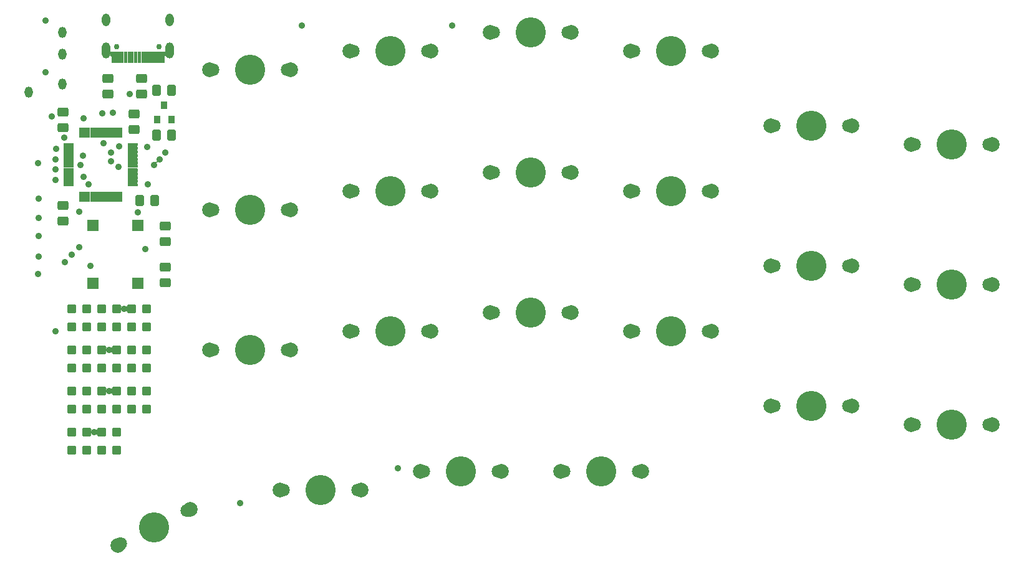
<source format=gbr>
%TF.GenerationSoftware,KiCad,Pcbnew,6.0.5-2.fc36*%
%TF.CreationDate,2022-06-13T17:40:47-05:00*%
%TF.ProjectId,right,72696768-742e-46b6-9963-61645f706362,rev?*%
%TF.SameCoordinates,Original*%
%TF.FileFunction,Soldermask,Top*%
%TF.FilePolarity,Negative*%
%FSLAX46Y46*%
G04 Gerber Fmt 4.6, Leading zero omitted, Abs format (unit mm)*
G04 Created by KiCad (PCBNEW 6.0.5-2.fc36) date 2022-06-13 17:40:47*
%MOMM*%
%LPD*%
G01*
G04 APERTURE LIST*
G04 Aperture macros list*
%AMRoundRect*
0 Rectangle with rounded corners*
0 $1 Rounding radius*
0 $2 $3 $4 $5 $6 $7 $8 $9 X,Y pos of 4 corners*
0 Add a 4 corners polygon primitive as box body*
4,1,4,$2,$3,$4,$5,$6,$7,$8,$9,$2,$3,0*
0 Add four circle primitives for the rounded corners*
1,1,$1+$1,$2,$3*
1,1,$1+$1,$4,$5*
1,1,$1+$1,$6,$7*
1,1,$1+$1,$8,$9*
0 Add four rect primitives between the rounded corners*
20,1,$1+$1,$2,$3,$4,$5,0*
20,1,$1+$1,$4,$5,$6,$7,0*
20,1,$1+$1,$6,$7,$8,$9,0*
20,1,$1+$1,$8,$9,$2,$3,0*%
G04 Aperture macros list end*
%ADD10C,0.752000*%
%ADD11RoundRect,0.051000X0.300000X0.725000X-0.300000X0.725000X-0.300000X-0.725000X0.300000X-0.725000X0*%
%ADD12RoundRect,0.051000X0.150000X0.725000X-0.150000X0.725000X-0.150000X-0.725000X0.150000X-0.725000X0*%
%ADD13O,1.102000X1.702000*%
%ADD14O,1.102000X2.202000*%
%ADD15C,0.902000*%
%ADD16O,1.102000X1.502000*%
%ADD17RoundRect,0.301000X-0.450000X0.325000X-0.450000X-0.325000X0.450000X-0.325000X0.450000X0.325000X0*%
%ADD18RoundRect,0.051000X0.400000X-0.450000X0.400000X0.450000X-0.400000X0.450000X-0.400000X-0.450000X0*%
%ADD19RoundRect,0.051000X0.125000X-0.650000X0.125000X0.650000X-0.125000X0.650000X-0.125000X-0.650000X0*%
%ADD20RoundRect,0.051000X0.650000X0.125000X-0.650000X0.125000X-0.650000X-0.125000X0.650000X-0.125000X0*%
%ADD21RoundRect,0.051000X-0.500000X0.500000X-0.500000X-0.500000X0.500000X-0.500000X0.500000X0.500000X0*%
%ADD22RoundRect,0.301000X-0.325000X-0.450000X0.325000X-0.450000X0.325000X0.450000X-0.325000X0.450000X0*%
%ADD23RoundRect,0.051000X-0.750000X0.750000X-0.750000X-0.750000X0.750000X-0.750000X0.750000X0.750000X0*%
%ADD24RoundRect,0.051000X0.750000X-0.750000X0.750000X0.750000X-0.750000X0.750000X-0.750000X-0.750000X0*%
%ADD25RoundRect,0.301000X0.450000X-0.325000X0.450000X0.325000X-0.450000X0.325000X-0.450000X-0.325000X0*%
%ADD26C,2.002000*%
%ADD27C,4.102000*%
%ADD28C,1.802000*%
G04 APERTURE END LIST*
D10*
%TO.C,J1*%
X99664000Y-71307000D03*
X93884000Y-71307000D03*
D11*
X100024000Y-72752000D03*
X99224000Y-72752000D03*
D12*
X98024000Y-72752000D03*
X97024000Y-72752000D03*
X96524000Y-72752000D03*
X95524000Y-72752000D03*
D11*
X94324000Y-72752000D03*
X93524000Y-72752000D03*
X93524000Y-72752000D03*
X94324000Y-72752000D03*
D12*
X95024000Y-72752000D03*
X96024000Y-72752000D03*
X97524000Y-72752000D03*
X98524000Y-72752000D03*
D11*
X99224000Y-72752000D03*
X100024000Y-72752000D03*
D13*
X101094000Y-67657000D03*
X92454000Y-67657000D03*
D14*
X92454000Y-71837000D03*
X101094000Y-71837000D03*
%TD*%
D15*
%TO.C,J2*%
X84201000Y-74767000D03*
X84201000Y-67767000D03*
D16*
X81901000Y-77467000D03*
X86501000Y-76367000D03*
X86501000Y-72367000D03*
X86501000Y-69367000D03*
%TD*%
D17*
%TO.C,R1*%
X100457000Y-95749000D03*
X100457000Y-97799000D03*
%TD*%
%TO.C,R6*%
X92710000Y-75683000D03*
X92710000Y-77733000D03*
%TD*%
%TO.C,R7*%
X97282000Y-75683000D03*
X97282000Y-77733000D03*
%TD*%
D18*
%TO.C,U2*%
X99380000Y-81264000D03*
X101280000Y-81264000D03*
X100330000Y-79264000D03*
%TD*%
D19*
%TO.C,U1*%
X88944000Y-91726000D03*
X89444000Y-91726000D03*
X89944000Y-91726000D03*
X90444000Y-91726000D03*
X90944000Y-91726000D03*
X91444000Y-91726000D03*
X91944000Y-91726000D03*
X92444000Y-91726000D03*
X92944000Y-91726000D03*
X93444000Y-91726000D03*
X93944000Y-91726000D03*
X94444000Y-91726000D03*
D20*
X96044000Y-90126000D03*
X96044000Y-89626000D03*
X96044000Y-89126000D03*
X96044000Y-88626000D03*
X96044000Y-88126000D03*
X96044000Y-87626000D03*
X96044000Y-87126000D03*
X96044000Y-86626000D03*
X96044000Y-86126000D03*
X96044000Y-85626000D03*
X96044000Y-85126000D03*
X96044000Y-84626000D03*
D19*
X94444000Y-83026000D03*
X93944000Y-83026000D03*
X93444000Y-83026000D03*
X92944000Y-83026000D03*
X92444000Y-83026000D03*
X91944000Y-83026000D03*
X91444000Y-83026000D03*
X90944000Y-83026000D03*
X90444000Y-83026000D03*
X89944000Y-83026000D03*
X89444000Y-83026000D03*
X88944000Y-83026000D03*
D20*
X87344000Y-84626000D03*
X87344000Y-85126000D03*
X87344000Y-85626000D03*
X87344000Y-86126000D03*
X87344000Y-86626000D03*
X87344000Y-87126000D03*
X87344000Y-87626000D03*
X87344000Y-88126000D03*
X87344000Y-88626000D03*
X87344000Y-89126000D03*
X87344000Y-89626000D03*
X87344000Y-90126000D03*
%TD*%
D21*
%TO.C,D35*%
X89789000Y-118130000D03*
X89789000Y-120630000D03*
%TD*%
%TO.C,D19*%
X95885000Y-106954000D03*
X95885000Y-109454000D03*
%TD*%
%TO.C,D21*%
X95885000Y-118130000D03*
X95885000Y-120630000D03*
%TD*%
%TO.C,D23*%
X91821000Y-106954000D03*
X91821000Y-109454000D03*
%TD*%
%TO.C,D24*%
X91821000Y-112542000D03*
X91821000Y-115042000D03*
%TD*%
%TO.C,D25*%
X91821000Y-118130000D03*
X91821000Y-120630000D03*
%TD*%
%TO.C,D26*%
X91821000Y-123718000D03*
X91821000Y-126218000D03*
%TD*%
%TO.C,D33*%
X89789000Y-106954000D03*
X89789000Y-109454000D03*
%TD*%
%TO.C,D34*%
X89789000Y-112542000D03*
X89789000Y-115042000D03*
%TD*%
%TO.C,D36*%
X89789000Y-123718000D03*
X89789000Y-126218000D03*
%TD*%
%TO.C,D20*%
X95885000Y-112542000D03*
X95885000Y-115042000D03*
%TD*%
%TO.C,D16*%
X87757000Y-118130000D03*
X87757000Y-120630000D03*
%TD*%
%TO.C,D6*%
X97917000Y-112542000D03*
X97917000Y-115042000D03*
%TD*%
%TO.C,D7*%
X97917000Y-118130000D03*
X97917000Y-120630000D03*
%TD*%
%TO.C,D9*%
X93853000Y-106954000D03*
X93853000Y-109454000D03*
%TD*%
%TO.C,D10*%
X93853000Y-112542000D03*
X93853000Y-115042000D03*
%TD*%
%TO.C,D11*%
X93853000Y-118130000D03*
X93853000Y-120630000D03*
%TD*%
%TO.C,D12*%
X93853000Y-123718000D03*
X93853000Y-126218000D03*
%TD*%
%TO.C,D14*%
X87757000Y-106954000D03*
X87757000Y-109454000D03*
%TD*%
%TO.C,D15*%
X87757000Y-112542000D03*
X87757000Y-115042000D03*
%TD*%
%TO.C,D17*%
X87757000Y-123718000D03*
X87757000Y-126218000D03*
%TD*%
D22*
%TO.C,C7*%
X99305000Y-77216000D03*
X101355000Y-77216000D03*
%TD*%
%TO.C,C6*%
X99305000Y-83312000D03*
X101355000Y-83312000D03*
%TD*%
D17*
%TO.C,C5*%
X86614000Y-92955000D03*
X86614000Y-95005000D03*
%TD*%
D22*
%TO.C,C4*%
X97019000Y-92202000D03*
X99069000Y-92202000D03*
%TD*%
D17*
%TO.C,C2*%
X86614000Y-80255000D03*
X86614000Y-82305000D03*
%TD*%
D23*
%TO.C,SW1*%
X96774000Y-95668000D03*
X96774000Y-103468000D03*
%TD*%
D21*
%TO.C,D5*%
X97917000Y-106954000D03*
X97917000Y-109454000D03*
%TD*%
D17*
%TO.C,C1*%
X100457000Y-101337000D03*
X100457000Y-103387000D03*
%TD*%
D24*
%TO.C,SW2*%
X90678000Y-103468000D03*
X90678000Y-95668000D03*
%TD*%
D25*
%TO.C,C3*%
X96266000Y-82559000D03*
X96266000Y-80509000D03*
%TD*%
D26*
%TO.C,SW33*%
X136564000Y-109982000D03*
D27*
X131064000Y-109982000D03*
D28*
X136144000Y-109982000D03*
X125984000Y-109982000D03*
D26*
X125564000Y-109982000D03*
%TD*%
D28*
%TO.C,SW32*%
X125984000Y-90932000D03*
D27*
X131064000Y-90932000D03*
D26*
X136564000Y-90932000D03*
X125564000Y-90932000D03*
D28*
X136144000Y-90932000D03*
%TD*%
D26*
%TO.C,SW31*%
X125564000Y-71882000D03*
D28*
X125984000Y-71882000D03*
D26*
X136564000Y-71882000D03*
D28*
X136144000Y-71882000D03*
D27*
X131064000Y-71882000D03*
%TD*%
%TO.C,SW23*%
X150114000Y-107442000D03*
D26*
X155614000Y-107442000D03*
X144614000Y-107442000D03*
D28*
X155194000Y-107442000D03*
X145034000Y-107442000D03*
%TD*%
D27*
%TO.C,SW22*%
X150114000Y-88392000D03*
D28*
X145034000Y-88392000D03*
D26*
X155614000Y-88392000D03*
D28*
X155194000Y-88392000D03*
D26*
X144614000Y-88392000D03*
%TD*%
D28*
%TO.C,SW21*%
X155194000Y-69342000D03*
D26*
X144614000Y-69342000D03*
D28*
X145034000Y-69342000D03*
D26*
X155614000Y-69342000D03*
D27*
X150114000Y-69342000D03*
%TD*%
D28*
%TO.C,SW19*%
X183134000Y-120142000D03*
X193294000Y-120142000D03*
D27*
X188214000Y-120142000D03*
D26*
X182714000Y-120142000D03*
X193714000Y-120142000D03*
%TD*%
%TO.C,SW18*%
X182714000Y-101092000D03*
X193714000Y-101092000D03*
D27*
X188214000Y-101092000D03*
D28*
X183134000Y-101092000D03*
X193294000Y-101092000D03*
%TD*%
D27*
%TO.C,SW17*%
X188214000Y-82042000D03*
D28*
X193294000Y-82042000D03*
D26*
X182714000Y-82042000D03*
X193714000Y-82042000D03*
D28*
X183134000Y-82042000D03*
%TD*%
%TO.C,SW14*%
X106934000Y-112522000D03*
X117094000Y-112522000D03*
D27*
X112014000Y-112522000D03*
D26*
X117514000Y-112522000D03*
X106514000Y-112522000D03*
%TD*%
%TO.C,SW12*%
X117514000Y-74422000D03*
D28*
X117094000Y-74422000D03*
D26*
X106514000Y-74422000D03*
D27*
X112014000Y-74422000D03*
D28*
X106934000Y-74422000D03*
%TD*%
D26*
%TO.C,SW9*%
X163664000Y-109982000D03*
D28*
X164084000Y-109982000D03*
X174244000Y-109982000D03*
D27*
X169164000Y-109982000D03*
D26*
X174664000Y-109982000D03*
%TD*%
%TO.C,SW8*%
X163664000Y-90932000D03*
D27*
X169164000Y-90932000D03*
D26*
X174664000Y-90932000D03*
D28*
X164084000Y-90932000D03*
X174244000Y-90932000D03*
%TD*%
D26*
%TO.C,SW13*%
X106514000Y-93472000D03*
D28*
X106934000Y-93472000D03*
D27*
X112014000Y-93472000D03*
D28*
X117094000Y-93472000D03*
D26*
X117514000Y-93472000D03*
%TD*%
D28*
%TO.C,SW7*%
X174244000Y-71882000D03*
D26*
X174664000Y-71882000D03*
D28*
X164084000Y-71882000D03*
D26*
X163664000Y-71882000D03*
D27*
X169164000Y-71882000D03*
%TD*%
D28*
%TO.C,SW5*%
X202184000Y-122682000D03*
D26*
X201764000Y-122682000D03*
D28*
X212344000Y-122682000D03*
D26*
X212764000Y-122682000D03*
D27*
X207264000Y-122682000D03*
%TD*%
D26*
%TO.C,SW4*%
X212764000Y-103632000D03*
D27*
X207264000Y-103632000D03*
D28*
X202184000Y-103632000D03*
D26*
X201764000Y-103632000D03*
D28*
X212344000Y-103632000D03*
%TD*%
D26*
%TO.C,SW3*%
X201764000Y-84582000D03*
D28*
X212344000Y-84582000D03*
D26*
X212764000Y-84582000D03*
D27*
X207264000Y-84582000D03*
D28*
X202184000Y-84582000D03*
%TD*%
D26*
%TO.C,SW10*%
X165139000Y-129032000D03*
D28*
X164719000Y-129032000D03*
D26*
X154139000Y-129032000D03*
D28*
X154559000Y-129032000D03*
D27*
X159639000Y-129032000D03*
%TD*%
D26*
%TO.C,SW15*%
X103855139Y-134197912D03*
D28*
X94386733Y-138918685D03*
X103479267Y-134385315D03*
D26*
X94010861Y-139106088D03*
D27*
X98933000Y-136652000D03*
%TD*%
D26*
%TO.C,SW24*%
X146089000Y-129032000D03*
D28*
X145669000Y-129032000D03*
D26*
X135089000Y-129032000D03*
D28*
X135509000Y-129032000D03*
D27*
X140589000Y-129032000D03*
%TD*%
D26*
%TO.C,SW34*%
X127039000Y-131572000D03*
D28*
X126619000Y-131572000D03*
D27*
X121539000Y-131572000D03*
D26*
X116039000Y-131572000D03*
D28*
X116459000Y-131572000D03*
%TD*%
D15*
X83185000Y-102235000D03*
X110617000Y-133350000D03*
X139446000Y-68453000D03*
X118999000Y-68453000D03*
X97790000Y-98806000D03*
X95631000Y-77724000D03*
X90297000Y-101092000D03*
X88773000Y-93726000D03*
X132080000Y-128651000D03*
X98044000Y-84963000D03*
X83185000Y-87122000D03*
X85090000Y-80772000D03*
X89408000Y-81026000D03*
X86786000Y-83693000D03*
X88773000Y-98552000D03*
X98139235Y-90067167D03*
X83312000Y-91948000D03*
X98933000Y-87375998D03*
X83312000Y-94615000D03*
X87757000Y-99568000D03*
X99694996Y-86614000D03*
X86868000Y-100584000D03*
X83312000Y-97028000D03*
X83312000Y-99822000D03*
X85598000Y-109982000D03*
X100457000Y-85725000D03*
X85598000Y-87972000D03*
X85598000Y-89408000D03*
X93345000Y-80264000D03*
X91953360Y-80396370D03*
X88994000Y-87376000D03*
X89412660Y-89022340D03*
X85598000Y-86614006D03*
X90043000Y-90042998D03*
X89261000Y-86126000D03*
X85684167Y-85192152D03*
X96774000Y-93853000D03*
X92075000Y-84455000D03*
X94869000Y-106954000D03*
X94107000Y-87630000D03*
X93091000Y-86868000D03*
X92837000Y-112542000D03*
X92837000Y-118130000D03*
X93091000Y-85725000D03*
X90805000Y-123718000D03*
X94234000Y-84836000D03*
G36*
X90341919Y-123258513D02*
G01*
X90361595Y-123325525D01*
X90413938Y-123370880D01*
X90482523Y-123380741D01*
X90532635Y-123359634D01*
X90534619Y-123359883D01*
X90535395Y-123361726D01*
X90534478Y-123363168D01*
X90514009Y-123376083D01*
X90429739Y-123471501D01*
X90375639Y-123586730D01*
X90356054Y-123712515D01*
X90372560Y-123838739D01*
X90423829Y-123955258D01*
X90505741Y-124052704D01*
X90539050Y-124074876D01*
X90539938Y-124076668D01*
X90538830Y-124078333D01*
X90537221Y-124078406D01*
X90475227Y-124054439D01*
X90407380Y-124068355D01*
X90357806Y-124116764D01*
X90341935Y-124177433D01*
X90340529Y-124178856D01*
X90338594Y-124178350D01*
X90338000Y-124176927D01*
X90338000Y-123259076D01*
X90339000Y-123257344D01*
X90341000Y-123257344D01*
X90341919Y-123258513D01*
G37*
G36*
X91271406Y-123257650D02*
G01*
X91272000Y-123259073D01*
X91272000Y-124176924D01*
X91271000Y-124178656D01*
X91269000Y-124178656D01*
X91268081Y-124177487D01*
X91248405Y-124110475D01*
X91196062Y-124065120D01*
X91127476Y-124055259D01*
X91080496Y-124075047D01*
X91078512Y-124074798D01*
X91077736Y-124072955D01*
X91078674Y-124071500D01*
X91091792Y-124063446D01*
X91177221Y-123969066D01*
X91232726Y-123854504D01*
X91253867Y-123728842D01*
X91253998Y-123718131D01*
X91235933Y-123591987D01*
X91183243Y-123476102D01*
X91100147Y-123379665D01*
X91072436Y-123361704D01*
X91071527Y-123359923D01*
X91072614Y-123358245D01*
X91074245Y-123358161D01*
X91134773Y-123381561D01*
X91202620Y-123367645D01*
X91252194Y-123319236D01*
X91268065Y-123258567D01*
X91269471Y-123257144D01*
X91271406Y-123257650D01*
G37*
G36*
X92373919Y-117670513D02*
G01*
X92393595Y-117737525D01*
X92445938Y-117782880D01*
X92514523Y-117792741D01*
X92564635Y-117771634D01*
X92566619Y-117771883D01*
X92567395Y-117773726D01*
X92566478Y-117775168D01*
X92546009Y-117788083D01*
X92461739Y-117883501D01*
X92407639Y-117998730D01*
X92388054Y-118124515D01*
X92404560Y-118250739D01*
X92455829Y-118367258D01*
X92537741Y-118464704D01*
X92571050Y-118486876D01*
X92571938Y-118488668D01*
X92570830Y-118490333D01*
X92569221Y-118490406D01*
X92507227Y-118466439D01*
X92439380Y-118480355D01*
X92389806Y-118528764D01*
X92373935Y-118589433D01*
X92372529Y-118590856D01*
X92370594Y-118590350D01*
X92370000Y-118588927D01*
X92370000Y-117671076D01*
X92371000Y-117669344D01*
X92373000Y-117669344D01*
X92373919Y-117670513D01*
G37*
G36*
X93303406Y-117669650D02*
G01*
X93304000Y-117671073D01*
X93304000Y-118588924D01*
X93303000Y-118590656D01*
X93301000Y-118590656D01*
X93300081Y-118589487D01*
X93280405Y-118522475D01*
X93228062Y-118477120D01*
X93159476Y-118467259D01*
X93112496Y-118487047D01*
X93110512Y-118486798D01*
X93109736Y-118484955D01*
X93110674Y-118483500D01*
X93123792Y-118475446D01*
X93209221Y-118381066D01*
X93264726Y-118266504D01*
X93285867Y-118140842D01*
X93285998Y-118130131D01*
X93267933Y-118003987D01*
X93215243Y-117888102D01*
X93132147Y-117791665D01*
X93104436Y-117773704D01*
X93103527Y-117771923D01*
X93104614Y-117770245D01*
X93106245Y-117770161D01*
X93166773Y-117793561D01*
X93234620Y-117779645D01*
X93284194Y-117731236D01*
X93300065Y-117670567D01*
X93301471Y-117669144D01*
X93303406Y-117669650D01*
G37*
G36*
X92373919Y-112082513D02*
G01*
X92393595Y-112149525D01*
X92445938Y-112194880D01*
X92514523Y-112204741D01*
X92564635Y-112183634D01*
X92566619Y-112183883D01*
X92567395Y-112185726D01*
X92566478Y-112187168D01*
X92546009Y-112200083D01*
X92461739Y-112295501D01*
X92407639Y-112410730D01*
X92388054Y-112536515D01*
X92404560Y-112662739D01*
X92455829Y-112779258D01*
X92537741Y-112876704D01*
X92571050Y-112898876D01*
X92571938Y-112900668D01*
X92570830Y-112902333D01*
X92569221Y-112902406D01*
X92507227Y-112878439D01*
X92439380Y-112892355D01*
X92389806Y-112940764D01*
X92373935Y-113001433D01*
X92372529Y-113002856D01*
X92370594Y-113002350D01*
X92370000Y-113000927D01*
X92370000Y-112083076D01*
X92371000Y-112081344D01*
X92373000Y-112081344D01*
X92373919Y-112082513D01*
G37*
G36*
X93303406Y-112081650D02*
G01*
X93304000Y-112083073D01*
X93304000Y-113000924D01*
X93303000Y-113002656D01*
X93301000Y-113002656D01*
X93300081Y-113001487D01*
X93280405Y-112934475D01*
X93228062Y-112889120D01*
X93159476Y-112879259D01*
X93112496Y-112899047D01*
X93110512Y-112898798D01*
X93109736Y-112896955D01*
X93110674Y-112895500D01*
X93123792Y-112887446D01*
X93209221Y-112793066D01*
X93264726Y-112678504D01*
X93285867Y-112552842D01*
X93285998Y-112542131D01*
X93267933Y-112415987D01*
X93215243Y-112300102D01*
X93132147Y-112203665D01*
X93104436Y-112185704D01*
X93103527Y-112183923D01*
X93104614Y-112182245D01*
X93106245Y-112182161D01*
X93166773Y-112205561D01*
X93234620Y-112191645D01*
X93284194Y-112143236D01*
X93300065Y-112082567D01*
X93301471Y-112081144D01*
X93303406Y-112081650D01*
G37*
G36*
X94405919Y-106494513D02*
G01*
X94425595Y-106561525D01*
X94477938Y-106606880D01*
X94546523Y-106616741D01*
X94596635Y-106595634D01*
X94598619Y-106595883D01*
X94599395Y-106597726D01*
X94598478Y-106599168D01*
X94578009Y-106612083D01*
X94493739Y-106707501D01*
X94439639Y-106822730D01*
X94420054Y-106948515D01*
X94436560Y-107074739D01*
X94487829Y-107191258D01*
X94569741Y-107288704D01*
X94603050Y-107310876D01*
X94603938Y-107312668D01*
X94602830Y-107314333D01*
X94601221Y-107314406D01*
X94539227Y-107290439D01*
X94471380Y-107304355D01*
X94421806Y-107352764D01*
X94405935Y-107413433D01*
X94404529Y-107414856D01*
X94402594Y-107414350D01*
X94402000Y-107412927D01*
X94402000Y-106495076D01*
X94403000Y-106493344D01*
X94405000Y-106493344D01*
X94405919Y-106494513D01*
G37*
G36*
X95335406Y-106493650D02*
G01*
X95336000Y-106495073D01*
X95336000Y-107412924D01*
X95335000Y-107414656D01*
X95333000Y-107414656D01*
X95332081Y-107413487D01*
X95312405Y-107346475D01*
X95260062Y-107301120D01*
X95191476Y-107291259D01*
X95144496Y-107311047D01*
X95142512Y-107310798D01*
X95141736Y-107308955D01*
X95142674Y-107307500D01*
X95155792Y-107299446D01*
X95241221Y-107205066D01*
X95296726Y-107090504D01*
X95317867Y-106964842D01*
X95317998Y-106954131D01*
X95299933Y-106827987D01*
X95247243Y-106712102D01*
X95164147Y-106615665D01*
X95136436Y-106597704D01*
X95135527Y-106595923D01*
X95136614Y-106594245D01*
X95138245Y-106594161D01*
X95198773Y-106617561D01*
X95266620Y-106603645D01*
X95316194Y-106555236D01*
X95332065Y-106494567D01*
X95333471Y-106493144D01*
X95335406Y-106493650D01*
G37*
G36*
X89109660Y-91043493D02*
G01*
X89123452Y-91052709D01*
X89124615Y-91050969D01*
X89126409Y-91050084D01*
X89127560Y-91050545D01*
X89144952Y-91065078D01*
X89213670Y-91073704D01*
X89261288Y-91050918D01*
X89263282Y-91051072D01*
X89263814Y-91051611D01*
X89264548Y-91052709D01*
X89278340Y-91043493D01*
X89280336Y-91043362D01*
X89281447Y-91045025D01*
X89281114Y-91046267D01*
X89273767Y-91057262D01*
X89270000Y-91076199D01*
X89270000Y-92375801D01*
X89273767Y-92394738D01*
X89281114Y-92405733D01*
X89281245Y-92407729D01*
X89279582Y-92408840D01*
X89278340Y-92408507D01*
X89264548Y-92399291D01*
X89263385Y-92401031D01*
X89261591Y-92401916D01*
X89260440Y-92401455D01*
X89243048Y-92386922D01*
X89174330Y-92378296D01*
X89126712Y-92401082D01*
X89124718Y-92400928D01*
X89124186Y-92400389D01*
X89123452Y-92399291D01*
X89109660Y-92408507D01*
X89107664Y-92408638D01*
X89106553Y-92406975D01*
X89106886Y-92405733D01*
X89114233Y-92394738D01*
X89118000Y-92375801D01*
X89118000Y-91076199D01*
X89114233Y-91057262D01*
X89106886Y-91046267D01*
X89106755Y-91044271D01*
X89108418Y-91043160D01*
X89109660Y-91043493D01*
G37*
G36*
X91109660Y-91043493D02*
G01*
X91123452Y-91052709D01*
X91124615Y-91050969D01*
X91126409Y-91050084D01*
X91127560Y-91050545D01*
X91144952Y-91065078D01*
X91213670Y-91073704D01*
X91261288Y-91050918D01*
X91263282Y-91051072D01*
X91263814Y-91051611D01*
X91264548Y-91052709D01*
X91278340Y-91043493D01*
X91280336Y-91043362D01*
X91281447Y-91045025D01*
X91281114Y-91046267D01*
X91273767Y-91057262D01*
X91270000Y-91076199D01*
X91270000Y-92375801D01*
X91273767Y-92394738D01*
X91281114Y-92405733D01*
X91281245Y-92407729D01*
X91279582Y-92408840D01*
X91278340Y-92408507D01*
X91264548Y-92399291D01*
X91263385Y-92401031D01*
X91261591Y-92401916D01*
X91260440Y-92401455D01*
X91243048Y-92386922D01*
X91174330Y-92378296D01*
X91126712Y-92401082D01*
X91124718Y-92400928D01*
X91124186Y-92400389D01*
X91123452Y-92399291D01*
X91109660Y-92408507D01*
X91107664Y-92408638D01*
X91106553Y-92406975D01*
X91106886Y-92405733D01*
X91114233Y-92394738D01*
X91118000Y-92375801D01*
X91118000Y-91076199D01*
X91114233Y-91057262D01*
X91106886Y-91046267D01*
X91106755Y-91044271D01*
X91108418Y-91043160D01*
X91109660Y-91043493D01*
G37*
G36*
X92109660Y-91043493D02*
G01*
X92123452Y-91052709D01*
X92124615Y-91050969D01*
X92126409Y-91050084D01*
X92127560Y-91050545D01*
X92144952Y-91065078D01*
X92213670Y-91073704D01*
X92261288Y-91050918D01*
X92263282Y-91051072D01*
X92263814Y-91051611D01*
X92264548Y-91052709D01*
X92278340Y-91043493D01*
X92280336Y-91043362D01*
X92281447Y-91045025D01*
X92281114Y-91046267D01*
X92273767Y-91057262D01*
X92270000Y-91076199D01*
X92270000Y-92375801D01*
X92273767Y-92394738D01*
X92281114Y-92405733D01*
X92281245Y-92407729D01*
X92279582Y-92408840D01*
X92278340Y-92408507D01*
X92264548Y-92399291D01*
X92263385Y-92401031D01*
X92261591Y-92401916D01*
X92260440Y-92401455D01*
X92243048Y-92386922D01*
X92174330Y-92378296D01*
X92126712Y-92401082D01*
X92124718Y-92400928D01*
X92124186Y-92400389D01*
X92123452Y-92399291D01*
X92109660Y-92408507D01*
X92107664Y-92408638D01*
X92106553Y-92406975D01*
X92106886Y-92405733D01*
X92114233Y-92394738D01*
X92118000Y-92375801D01*
X92118000Y-91076199D01*
X92114233Y-91057262D01*
X92106886Y-91046267D01*
X92106755Y-91044271D01*
X92108418Y-91043160D01*
X92109660Y-91043493D01*
G37*
G36*
X93109660Y-91043493D02*
G01*
X93123452Y-91052709D01*
X93124615Y-91050969D01*
X93126409Y-91050084D01*
X93127560Y-91050545D01*
X93144952Y-91065078D01*
X93213670Y-91073704D01*
X93261288Y-91050918D01*
X93263282Y-91051072D01*
X93263814Y-91051611D01*
X93264548Y-91052709D01*
X93278340Y-91043493D01*
X93280336Y-91043362D01*
X93281447Y-91045025D01*
X93281114Y-91046267D01*
X93273767Y-91057262D01*
X93270000Y-91076199D01*
X93270000Y-92375801D01*
X93273767Y-92394738D01*
X93281114Y-92405733D01*
X93281245Y-92407729D01*
X93279582Y-92408840D01*
X93278340Y-92408507D01*
X93264548Y-92399291D01*
X93263385Y-92401031D01*
X93261591Y-92401916D01*
X93260440Y-92401455D01*
X93243048Y-92386922D01*
X93174330Y-92378296D01*
X93126712Y-92401082D01*
X93124718Y-92400928D01*
X93124186Y-92400389D01*
X93123452Y-92399291D01*
X93109660Y-92408507D01*
X93107664Y-92408638D01*
X93106553Y-92406975D01*
X93106886Y-92405733D01*
X93114233Y-92394738D01*
X93118000Y-92375801D01*
X93118000Y-91076199D01*
X93114233Y-91057262D01*
X93106886Y-91046267D01*
X93106755Y-91044271D01*
X93108418Y-91043160D01*
X93109660Y-91043493D01*
G37*
G36*
X90609660Y-91043493D02*
G01*
X90623452Y-91052709D01*
X90624615Y-91050969D01*
X90626409Y-91050084D01*
X90627560Y-91050545D01*
X90644952Y-91065078D01*
X90713670Y-91073704D01*
X90761288Y-91050918D01*
X90763282Y-91051072D01*
X90763814Y-91051611D01*
X90764548Y-91052709D01*
X90778340Y-91043493D01*
X90780336Y-91043362D01*
X90781447Y-91045025D01*
X90781114Y-91046267D01*
X90773767Y-91057262D01*
X90770000Y-91076199D01*
X90770000Y-92375801D01*
X90773767Y-92394738D01*
X90781114Y-92405733D01*
X90781245Y-92407729D01*
X90779582Y-92408840D01*
X90778340Y-92408507D01*
X90764548Y-92399291D01*
X90763385Y-92401031D01*
X90761591Y-92401916D01*
X90760440Y-92401455D01*
X90743048Y-92386922D01*
X90674330Y-92378296D01*
X90626712Y-92401082D01*
X90624718Y-92400928D01*
X90624186Y-92400389D01*
X90623452Y-92399291D01*
X90609660Y-92408507D01*
X90607664Y-92408638D01*
X90606553Y-92406975D01*
X90606886Y-92405733D01*
X90614233Y-92394738D01*
X90618000Y-92375801D01*
X90618000Y-91076199D01*
X90614233Y-91057262D01*
X90606886Y-91046267D01*
X90606755Y-91044271D01*
X90608418Y-91043160D01*
X90609660Y-91043493D01*
G37*
G36*
X89609660Y-91043493D02*
G01*
X89623452Y-91052709D01*
X89624615Y-91050969D01*
X89626409Y-91050084D01*
X89627560Y-91050545D01*
X89644952Y-91065078D01*
X89713670Y-91073704D01*
X89761288Y-91050918D01*
X89763282Y-91051072D01*
X89763814Y-91051611D01*
X89764548Y-91052709D01*
X89778340Y-91043493D01*
X89780336Y-91043362D01*
X89781447Y-91045025D01*
X89781114Y-91046267D01*
X89773767Y-91057262D01*
X89770000Y-91076199D01*
X89770000Y-92375801D01*
X89773767Y-92394738D01*
X89781114Y-92405733D01*
X89781245Y-92407729D01*
X89779582Y-92408840D01*
X89778340Y-92408507D01*
X89764548Y-92399291D01*
X89763385Y-92401031D01*
X89761591Y-92401916D01*
X89760440Y-92401455D01*
X89743048Y-92386922D01*
X89674330Y-92378296D01*
X89626712Y-92401082D01*
X89624718Y-92400928D01*
X89624186Y-92400389D01*
X89623452Y-92399291D01*
X89609660Y-92408507D01*
X89607664Y-92408638D01*
X89606553Y-92406975D01*
X89606886Y-92405733D01*
X89614233Y-92394738D01*
X89618000Y-92375801D01*
X89618000Y-91076199D01*
X89614233Y-91057262D01*
X89606886Y-91046267D01*
X89606755Y-91044271D01*
X89608418Y-91043160D01*
X89609660Y-91043493D01*
G37*
G36*
X94109660Y-91043493D02*
G01*
X94123452Y-91052709D01*
X94124615Y-91050969D01*
X94126409Y-91050084D01*
X94127560Y-91050545D01*
X94144952Y-91065078D01*
X94213670Y-91073704D01*
X94261288Y-91050918D01*
X94263282Y-91051072D01*
X94263814Y-91051611D01*
X94264548Y-91052709D01*
X94278340Y-91043493D01*
X94280336Y-91043362D01*
X94281447Y-91045025D01*
X94281114Y-91046267D01*
X94273767Y-91057262D01*
X94270000Y-91076199D01*
X94270000Y-92375801D01*
X94273767Y-92394738D01*
X94281114Y-92405733D01*
X94281245Y-92407729D01*
X94279582Y-92408840D01*
X94278340Y-92408507D01*
X94264548Y-92399291D01*
X94263385Y-92401031D01*
X94261591Y-92401916D01*
X94260440Y-92401455D01*
X94243048Y-92386922D01*
X94174330Y-92378296D01*
X94126712Y-92401082D01*
X94124718Y-92400928D01*
X94124186Y-92400389D01*
X94123452Y-92399291D01*
X94109660Y-92408507D01*
X94107664Y-92408638D01*
X94106553Y-92406975D01*
X94106886Y-92405733D01*
X94114233Y-92394738D01*
X94118000Y-92375801D01*
X94118000Y-91076199D01*
X94114233Y-91057262D01*
X94106886Y-91046267D01*
X94106755Y-91044271D01*
X94108418Y-91043160D01*
X94109660Y-91043493D01*
G37*
G36*
X91609660Y-91043493D02*
G01*
X91623452Y-91052709D01*
X91624615Y-91050969D01*
X91626409Y-91050084D01*
X91627560Y-91050545D01*
X91644952Y-91065078D01*
X91713670Y-91073704D01*
X91761288Y-91050918D01*
X91763282Y-91051072D01*
X91763814Y-91051611D01*
X91764548Y-91052709D01*
X91778340Y-91043493D01*
X91780336Y-91043362D01*
X91781447Y-91045025D01*
X91781114Y-91046267D01*
X91773767Y-91057262D01*
X91770000Y-91076199D01*
X91770000Y-92375801D01*
X91773767Y-92394738D01*
X91781114Y-92405733D01*
X91781245Y-92407729D01*
X91779582Y-92408840D01*
X91778340Y-92408507D01*
X91764548Y-92399291D01*
X91763385Y-92401031D01*
X91761591Y-92401916D01*
X91760440Y-92401455D01*
X91743048Y-92386922D01*
X91674330Y-92378296D01*
X91626712Y-92401082D01*
X91624718Y-92400928D01*
X91624186Y-92400389D01*
X91623452Y-92399291D01*
X91609660Y-92408507D01*
X91607664Y-92408638D01*
X91606553Y-92406975D01*
X91606886Y-92405733D01*
X91614233Y-92394738D01*
X91618000Y-92375801D01*
X91618000Y-91076199D01*
X91614233Y-91057262D01*
X91606886Y-91046267D01*
X91606755Y-91044271D01*
X91608418Y-91043160D01*
X91609660Y-91043493D01*
G37*
G36*
X92609660Y-91043493D02*
G01*
X92623452Y-91052709D01*
X92624615Y-91050969D01*
X92626409Y-91050084D01*
X92627560Y-91050545D01*
X92644952Y-91065078D01*
X92713670Y-91073704D01*
X92761288Y-91050918D01*
X92763282Y-91051072D01*
X92763814Y-91051611D01*
X92764548Y-91052709D01*
X92778340Y-91043493D01*
X92780336Y-91043362D01*
X92781447Y-91045025D01*
X92781114Y-91046267D01*
X92773767Y-91057262D01*
X92770000Y-91076199D01*
X92770000Y-92375801D01*
X92773767Y-92394738D01*
X92781114Y-92405733D01*
X92781245Y-92407729D01*
X92779582Y-92408840D01*
X92778340Y-92408507D01*
X92764548Y-92399291D01*
X92763385Y-92401031D01*
X92761591Y-92401916D01*
X92760440Y-92401455D01*
X92743048Y-92386922D01*
X92674330Y-92378296D01*
X92626712Y-92401082D01*
X92624718Y-92400928D01*
X92624186Y-92400389D01*
X92623452Y-92399291D01*
X92609660Y-92408507D01*
X92607664Y-92408638D01*
X92606553Y-92406975D01*
X92606886Y-92405733D01*
X92614233Y-92394738D01*
X92618000Y-92375801D01*
X92618000Y-91076199D01*
X92614233Y-91057262D01*
X92606886Y-91046267D01*
X92606755Y-91044271D01*
X92608418Y-91043160D01*
X92609660Y-91043493D01*
G37*
G36*
X93609660Y-91043493D02*
G01*
X93623452Y-91052709D01*
X93624615Y-91050969D01*
X93626409Y-91050084D01*
X93627560Y-91050545D01*
X93644952Y-91065078D01*
X93713670Y-91073704D01*
X93761288Y-91050918D01*
X93763282Y-91051072D01*
X93763814Y-91051611D01*
X93764548Y-91052709D01*
X93778340Y-91043493D01*
X93780336Y-91043362D01*
X93781447Y-91045025D01*
X93781114Y-91046267D01*
X93773767Y-91057262D01*
X93770000Y-91076199D01*
X93770000Y-92375801D01*
X93773767Y-92394738D01*
X93781114Y-92405733D01*
X93781245Y-92407729D01*
X93779582Y-92408840D01*
X93778340Y-92408507D01*
X93764548Y-92399291D01*
X93763385Y-92401031D01*
X93761591Y-92401916D01*
X93760440Y-92401455D01*
X93743048Y-92386922D01*
X93674330Y-92378296D01*
X93626712Y-92401082D01*
X93624718Y-92400928D01*
X93624186Y-92400389D01*
X93623452Y-92399291D01*
X93609660Y-92408507D01*
X93607664Y-92408638D01*
X93606553Y-92406975D01*
X93606886Y-92405733D01*
X93614233Y-92394738D01*
X93618000Y-92375801D01*
X93618000Y-91076199D01*
X93614233Y-91057262D01*
X93606886Y-91046267D01*
X93606755Y-91044271D01*
X93608418Y-91043160D01*
X93609660Y-91043493D01*
G37*
G36*
X90109660Y-91043493D02*
G01*
X90123452Y-91052709D01*
X90124615Y-91050969D01*
X90126409Y-91050084D01*
X90127560Y-91050545D01*
X90144952Y-91065078D01*
X90213670Y-91073704D01*
X90261288Y-91050918D01*
X90263282Y-91051072D01*
X90263814Y-91051611D01*
X90264548Y-91052709D01*
X90278340Y-91043493D01*
X90280336Y-91043362D01*
X90281447Y-91045025D01*
X90281114Y-91046267D01*
X90273767Y-91057262D01*
X90270000Y-91076199D01*
X90270000Y-92375801D01*
X90273767Y-92394738D01*
X90281114Y-92405733D01*
X90281245Y-92407729D01*
X90279582Y-92408840D01*
X90278340Y-92408507D01*
X90264548Y-92399291D01*
X90263385Y-92401031D01*
X90261591Y-92401916D01*
X90260440Y-92401455D01*
X90243048Y-92386922D01*
X90174330Y-92378296D01*
X90126712Y-92401082D01*
X90124718Y-92400928D01*
X90124186Y-92400389D01*
X90123452Y-92399291D01*
X90109660Y-92408507D01*
X90107664Y-92408638D01*
X90106553Y-92406975D01*
X90106886Y-92405733D01*
X90114233Y-92394738D01*
X90118000Y-92375801D01*
X90118000Y-91076199D01*
X90114233Y-91057262D01*
X90106886Y-91046267D01*
X90106755Y-91044271D01*
X90108418Y-91043160D01*
X90109660Y-91043493D01*
G37*
G36*
X95364267Y-89788886D02*
G01*
X95375262Y-89796233D01*
X95394199Y-89800000D01*
X96693801Y-89800000D01*
X96712738Y-89796233D01*
X96723733Y-89788886D01*
X96725729Y-89788755D01*
X96726840Y-89790418D01*
X96726507Y-89791660D01*
X96717291Y-89805452D01*
X96719031Y-89806615D01*
X96719916Y-89808409D01*
X96719455Y-89809560D01*
X96704922Y-89826952D01*
X96696296Y-89895670D01*
X96719082Y-89943288D01*
X96718928Y-89945282D01*
X96718389Y-89945814D01*
X96717291Y-89946548D01*
X96726507Y-89960340D01*
X96726638Y-89962336D01*
X96724975Y-89963447D01*
X96723733Y-89963114D01*
X96712738Y-89955767D01*
X96693801Y-89952000D01*
X95394199Y-89952000D01*
X95375262Y-89955767D01*
X95364267Y-89963114D01*
X95362271Y-89963245D01*
X95361160Y-89961582D01*
X95361493Y-89960340D01*
X95370709Y-89946548D01*
X95368969Y-89945385D01*
X95368084Y-89943591D01*
X95368545Y-89942440D01*
X95383078Y-89925048D01*
X95391704Y-89856330D01*
X95368918Y-89808712D01*
X95369072Y-89806718D01*
X95369611Y-89806186D01*
X95370709Y-89805452D01*
X95361493Y-89791660D01*
X95361362Y-89789664D01*
X95363025Y-89788553D01*
X95364267Y-89788886D01*
G37*
G36*
X86664267Y-89788886D02*
G01*
X86675262Y-89796233D01*
X86694199Y-89800000D01*
X87993801Y-89800000D01*
X88012738Y-89796233D01*
X88023733Y-89788886D01*
X88025729Y-89788755D01*
X88026840Y-89790418D01*
X88026507Y-89791660D01*
X88017291Y-89805452D01*
X88019031Y-89806615D01*
X88019916Y-89808409D01*
X88019455Y-89809560D01*
X88004922Y-89826952D01*
X87996296Y-89895670D01*
X88019082Y-89943288D01*
X88018928Y-89945282D01*
X88018389Y-89945814D01*
X88017291Y-89946548D01*
X88026507Y-89960340D01*
X88026638Y-89962336D01*
X88024975Y-89963447D01*
X88023733Y-89963114D01*
X88012738Y-89955767D01*
X87993801Y-89952000D01*
X86694199Y-89952000D01*
X86675262Y-89955767D01*
X86664267Y-89963114D01*
X86662271Y-89963245D01*
X86661160Y-89961582D01*
X86661493Y-89960340D01*
X86670709Y-89946548D01*
X86668969Y-89945385D01*
X86668084Y-89943591D01*
X86668545Y-89942440D01*
X86683078Y-89925048D01*
X86691704Y-89856330D01*
X86668918Y-89808712D01*
X86669072Y-89806718D01*
X86669611Y-89806186D01*
X86670709Y-89805452D01*
X86661493Y-89791660D01*
X86661362Y-89789664D01*
X86663025Y-89788553D01*
X86664267Y-89788886D01*
G37*
G36*
X95364267Y-89288886D02*
G01*
X95375262Y-89296233D01*
X95394199Y-89300000D01*
X96693801Y-89300000D01*
X96712738Y-89296233D01*
X96723733Y-89288886D01*
X96725729Y-89288755D01*
X96726840Y-89290418D01*
X96726507Y-89291660D01*
X96717291Y-89305452D01*
X96719031Y-89306615D01*
X96719916Y-89308409D01*
X96719455Y-89309560D01*
X96704922Y-89326952D01*
X96696296Y-89395670D01*
X96719082Y-89443288D01*
X96718928Y-89445282D01*
X96718389Y-89445814D01*
X96717291Y-89446548D01*
X96726507Y-89460340D01*
X96726638Y-89462336D01*
X96724975Y-89463447D01*
X96723733Y-89463114D01*
X96712738Y-89455767D01*
X96693801Y-89452000D01*
X95394199Y-89452000D01*
X95375262Y-89455767D01*
X95364267Y-89463114D01*
X95362271Y-89463245D01*
X95361160Y-89461582D01*
X95361493Y-89460340D01*
X95370709Y-89446548D01*
X95368969Y-89445385D01*
X95368084Y-89443591D01*
X95368545Y-89442440D01*
X95383078Y-89425048D01*
X95391704Y-89356330D01*
X95368918Y-89308712D01*
X95369072Y-89306718D01*
X95369611Y-89306186D01*
X95370709Y-89305452D01*
X95361493Y-89291660D01*
X95361362Y-89289664D01*
X95363025Y-89288553D01*
X95364267Y-89288886D01*
G37*
G36*
X86664267Y-89288886D02*
G01*
X86675262Y-89296233D01*
X86694199Y-89300000D01*
X87993801Y-89300000D01*
X88012738Y-89296233D01*
X88023733Y-89288886D01*
X88025729Y-89288755D01*
X88026840Y-89290418D01*
X88026507Y-89291660D01*
X88017291Y-89305452D01*
X88019031Y-89306615D01*
X88019916Y-89308409D01*
X88019455Y-89309560D01*
X88004922Y-89326952D01*
X87996296Y-89395670D01*
X88019082Y-89443288D01*
X88018928Y-89445282D01*
X88018389Y-89445814D01*
X88017291Y-89446548D01*
X88026507Y-89460340D01*
X88026638Y-89462336D01*
X88024975Y-89463447D01*
X88023733Y-89463114D01*
X88012738Y-89455767D01*
X87993801Y-89452000D01*
X86694199Y-89452000D01*
X86675262Y-89455767D01*
X86664267Y-89463114D01*
X86662271Y-89463245D01*
X86661160Y-89461582D01*
X86661493Y-89460340D01*
X86670709Y-89446548D01*
X86668969Y-89445385D01*
X86668084Y-89443591D01*
X86668545Y-89442440D01*
X86683078Y-89425048D01*
X86691704Y-89356330D01*
X86668918Y-89308712D01*
X86669072Y-89306718D01*
X86669611Y-89306186D01*
X86670709Y-89305452D01*
X86661493Y-89291660D01*
X86661362Y-89289664D01*
X86663025Y-89288553D01*
X86664267Y-89288886D01*
G37*
G36*
X95364267Y-88788886D02*
G01*
X95375262Y-88796233D01*
X95394199Y-88800000D01*
X96693801Y-88800000D01*
X96712738Y-88796233D01*
X96723733Y-88788886D01*
X96725729Y-88788755D01*
X96726840Y-88790418D01*
X96726507Y-88791660D01*
X96717291Y-88805452D01*
X96719031Y-88806615D01*
X96719916Y-88808409D01*
X96719455Y-88809560D01*
X96704922Y-88826952D01*
X96696296Y-88895670D01*
X96719082Y-88943288D01*
X96718928Y-88945282D01*
X96718389Y-88945814D01*
X96717291Y-88946548D01*
X96726507Y-88960340D01*
X96726638Y-88962336D01*
X96724975Y-88963447D01*
X96723733Y-88963114D01*
X96712738Y-88955767D01*
X96693801Y-88952000D01*
X95394199Y-88952000D01*
X95375262Y-88955767D01*
X95364267Y-88963114D01*
X95362271Y-88963245D01*
X95361160Y-88961582D01*
X95361493Y-88960340D01*
X95370709Y-88946548D01*
X95368969Y-88945385D01*
X95368084Y-88943591D01*
X95368545Y-88942440D01*
X95383078Y-88925048D01*
X95391704Y-88856330D01*
X95368918Y-88808712D01*
X95369072Y-88806718D01*
X95369611Y-88806186D01*
X95370709Y-88805452D01*
X95361493Y-88791660D01*
X95361362Y-88789664D01*
X95363025Y-88788553D01*
X95364267Y-88788886D01*
G37*
G36*
X86664267Y-88788886D02*
G01*
X86675262Y-88796233D01*
X86694199Y-88800000D01*
X87993801Y-88800000D01*
X88012738Y-88796233D01*
X88023733Y-88788886D01*
X88025729Y-88788755D01*
X88026840Y-88790418D01*
X88026507Y-88791660D01*
X88017291Y-88805452D01*
X88019031Y-88806615D01*
X88019916Y-88808409D01*
X88019455Y-88809560D01*
X88004922Y-88826952D01*
X87996296Y-88895670D01*
X88019082Y-88943288D01*
X88018928Y-88945282D01*
X88018389Y-88945814D01*
X88017291Y-88946548D01*
X88026507Y-88960340D01*
X88026638Y-88962336D01*
X88024975Y-88963447D01*
X88023733Y-88963114D01*
X88012738Y-88955767D01*
X87993801Y-88952000D01*
X86694199Y-88952000D01*
X86675262Y-88955767D01*
X86664267Y-88963114D01*
X86662271Y-88963245D01*
X86661160Y-88961582D01*
X86661493Y-88960340D01*
X86670709Y-88946548D01*
X86668969Y-88945385D01*
X86668084Y-88943591D01*
X86668545Y-88942440D01*
X86683078Y-88925048D01*
X86691704Y-88856330D01*
X86668918Y-88808712D01*
X86669072Y-88806718D01*
X86669611Y-88806186D01*
X86670709Y-88805452D01*
X86661493Y-88791660D01*
X86661362Y-88789664D01*
X86663025Y-88788553D01*
X86664267Y-88788886D01*
G37*
G36*
X95364267Y-88288886D02*
G01*
X95375262Y-88296233D01*
X95394199Y-88300000D01*
X96693801Y-88300000D01*
X96712738Y-88296233D01*
X96723733Y-88288886D01*
X96725729Y-88288755D01*
X96726840Y-88290418D01*
X96726507Y-88291660D01*
X96717291Y-88305452D01*
X96719031Y-88306615D01*
X96719916Y-88308409D01*
X96719455Y-88309560D01*
X96704922Y-88326952D01*
X96696296Y-88395670D01*
X96719082Y-88443288D01*
X96718928Y-88445282D01*
X96718389Y-88445814D01*
X96717291Y-88446548D01*
X96726507Y-88460340D01*
X96726638Y-88462336D01*
X96724975Y-88463447D01*
X96723733Y-88463114D01*
X96712738Y-88455767D01*
X96693801Y-88452000D01*
X95394199Y-88452000D01*
X95375262Y-88455767D01*
X95364267Y-88463114D01*
X95362271Y-88463245D01*
X95361160Y-88461582D01*
X95361493Y-88460340D01*
X95370709Y-88446548D01*
X95368969Y-88445385D01*
X95368084Y-88443591D01*
X95368545Y-88442440D01*
X95383078Y-88425048D01*
X95391704Y-88356330D01*
X95368918Y-88308712D01*
X95369072Y-88306718D01*
X95369611Y-88306186D01*
X95370709Y-88305452D01*
X95361493Y-88291660D01*
X95361362Y-88289664D01*
X95363025Y-88288553D01*
X95364267Y-88288886D01*
G37*
G36*
X86664267Y-88288886D02*
G01*
X86675262Y-88296233D01*
X86694199Y-88300000D01*
X87993801Y-88300000D01*
X88012738Y-88296233D01*
X88023733Y-88288886D01*
X88025729Y-88288755D01*
X88026840Y-88290418D01*
X88026507Y-88291660D01*
X88017291Y-88305452D01*
X88019031Y-88306615D01*
X88019916Y-88308409D01*
X88019455Y-88309560D01*
X88004922Y-88326952D01*
X87996296Y-88395670D01*
X88019082Y-88443288D01*
X88018928Y-88445282D01*
X88018389Y-88445814D01*
X88017291Y-88446548D01*
X88026507Y-88460340D01*
X88026638Y-88462336D01*
X88024975Y-88463447D01*
X88023733Y-88463114D01*
X88012738Y-88455767D01*
X87993801Y-88452000D01*
X86694199Y-88452000D01*
X86675262Y-88455767D01*
X86664267Y-88463114D01*
X86662271Y-88463245D01*
X86661160Y-88461582D01*
X86661493Y-88460340D01*
X86670709Y-88446548D01*
X86668969Y-88445385D01*
X86668084Y-88443591D01*
X86668545Y-88442440D01*
X86683078Y-88425048D01*
X86691704Y-88356330D01*
X86668918Y-88308712D01*
X86669072Y-88306718D01*
X86669611Y-88306186D01*
X86670709Y-88305452D01*
X86661493Y-88291660D01*
X86661362Y-88289664D01*
X86663025Y-88288553D01*
X86664267Y-88288886D01*
G37*
G36*
X95364267Y-87788886D02*
G01*
X95375262Y-87796233D01*
X95394199Y-87800000D01*
X96693801Y-87800000D01*
X96712738Y-87796233D01*
X96723733Y-87788886D01*
X96725729Y-87788755D01*
X96726840Y-87790418D01*
X96726507Y-87791660D01*
X96717291Y-87805452D01*
X96719031Y-87806615D01*
X96719916Y-87808409D01*
X96719455Y-87809560D01*
X96704922Y-87826952D01*
X96696296Y-87895670D01*
X96719082Y-87943288D01*
X96718928Y-87945282D01*
X96718389Y-87945814D01*
X96717291Y-87946548D01*
X96726507Y-87960340D01*
X96726638Y-87962336D01*
X96724975Y-87963447D01*
X96723733Y-87963114D01*
X96712738Y-87955767D01*
X96693801Y-87952000D01*
X95394199Y-87952000D01*
X95375262Y-87955767D01*
X95364267Y-87963114D01*
X95362271Y-87963245D01*
X95361160Y-87961582D01*
X95361493Y-87960340D01*
X95370709Y-87946548D01*
X95368969Y-87945385D01*
X95368084Y-87943591D01*
X95368545Y-87942440D01*
X95383078Y-87925048D01*
X95391704Y-87856330D01*
X95368918Y-87808712D01*
X95369072Y-87806718D01*
X95369611Y-87806186D01*
X95370709Y-87805452D01*
X95361493Y-87791660D01*
X95361362Y-87789664D01*
X95363025Y-87788553D01*
X95364267Y-87788886D01*
G37*
G36*
X86664267Y-87788886D02*
G01*
X86675262Y-87796233D01*
X86694199Y-87800000D01*
X87993801Y-87800000D01*
X88012738Y-87796233D01*
X88023733Y-87788886D01*
X88025729Y-87788755D01*
X88026840Y-87790418D01*
X88026507Y-87791660D01*
X88017291Y-87805452D01*
X88019031Y-87806615D01*
X88019916Y-87808409D01*
X88019455Y-87809560D01*
X88004922Y-87826952D01*
X87996296Y-87895670D01*
X88019082Y-87943288D01*
X88018928Y-87945282D01*
X88018389Y-87945814D01*
X88017291Y-87946548D01*
X88026507Y-87960340D01*
X88026638Y-87962336D01*
X88024975Y-87963447D01*
X88023733Y-87963114D01*
X88012738Y-87955767D01*
X87993801Y-87952000D01*
X86694199Y-87952000D01*
X86675262Y-87955767D01*
X86664267Y-87963114D01*
X86662271Y-87963245D01*
X86661160Y-87961582D01*
X86661493Y-87960340D01*
X86670709Y-87946548D01*
X86668969Y-87945385D01*
X86668084Y-87943591D01*
X86668545Y-87942440D01*
X86683078Y-87925048D01*
X86691704Y-87856330D01*
X86668918Y-87808712D01*
X86669072Y-87806718D01*
X86669611Y-87806186D01*
X86670709Y-87805452D01*
X86661493Y-87791660D01*
X86661362Y-87789664D01*
X86663025Y-87788553D01*
X86664267Y-87788886D01*
G37*
G36*
X95364267Y-87288886D02*
G01*
X95375262Y-87296233D01*
X95394199Y-87300000D01*
X96693801Y-87300000D01*
X96712738Y-87296233D01*
X96723733Y-87288886D01*
X96725729Y-87288755D01*
X96726840Y-87290418D01*
X96726507Y-87291660D01*
X96717291Y-87305452D01*
X96719031Y-87306615D01*
X96719916Y-87308409D01*
X96719455Y-87309560D01*
X96704922Y-87326952D01*
X96696296Y-87395670D01*
X96719082Y-87443288D01*
X96718928Y-87445282D01*
X96718389Y-87445814D01*
X96717291Y-87446548D01*
X96726507Y-87460340D01*
X96726638Y-87462336D01*
X96724975Y-87463447D01*
X96723733Y-87463114D01*
X96712738Y-87455767D01*
X96693801Y-87452000D01*
X95394199Y-87452000D01*
X95375262Y-87455767D01*
X95364267Y-87463114D01*
X95362271Y-87463245D01*
X95361160Y-87461582D01*
X95361493Y-87460340D01*
X95370709Y-87446548D01*
X95368969Y-87445385D01*
X95368084Y-87443591D01*
X95368545Y-87442440D01*
X95383078Y-87425048D01*
X95391704Y-87356330D01*
X95368918Y-87308712D01*
X95369072Y-87306718D01*
X95369611Y-87306186D01*
X95370709Y-87305452D01*
X95361493Y-87291660D01*
X95361362Y-87289664D01*
X95363025Y-87288553D01*
X95364267Y-87288886D01*
G37*
G36*
X86664267Y-87288886D02*
G01*
X86675262Y-87296233D01*
X86694199Y-87300000D01*
X87993801Y-87300000D01*
X88012738Y-87296233D01*
X88023733Y-87288886D01*
X88025729Y-87288755D01*
X88026840Y-87290418D01*
X88026507Y-87291660D01*
X88017291Y-87305452D01*
X88019031Y-87306615D01*
X88019916Y-87308409D01*
X88019455Y-87309560D01*
X88004922Y-87326952D01*
X87996296Y-87395670D01*
X88019082Y-87443288D01*
X88018928Y-87445282D01*
X88018389Y-87445814D01*
X88017291Y-87446548D01*
X88026507Y-87460340D01*
X88026638Y-87462336D01*
X88024975Y-87463447D01*
X88023733Y-87463114D01*
X88012738Y-87455767D01*
X87993801Y-87452000D01*
X86694199Y-87452000D01*
X86675262Y-87455767D01*
X86664267Y-87463114D01*
X86662271Y-87463245D01*
X86661160Y-87461582D01*
X86661493Y-87460340D01*
X86670709Y-87446548D01*
X86668969Y-87445385D01*
X86668084Y-87443591D01*
X86668545Y-87442440D01*
X86683078Y-87425048D01*
X86691704Y-87356330D01*
X86668918Y-87308712D01*
X86669072Y-87306718D01*
X86669611Y-87306186D01*
X86670709Y-87305452D01*
X86661493Y-87291660D01*
X86661362Y-87289664D01*
X86663025Y-87288553D01*
X86664267Y-87288886D01*
G37*
G36*
X99293093Y-86804140D02*
G01*
X99313825Y-86851258D01*
X99395737Y-86948704D01*
X99491600Y-87012516D01*
X99492488Y-87014308D01*
X99491380Y-87015973D01*
X99490278Y-87016170D01*
X99427563Y-87009428D01*
X99365634Y-87040428D01*
X99330293Y-87099991D01*
X99332774Y-87169468D01*
X99335767Y-87177492D01*
X99339877Y-87187415D01*
X99339616Y-87189398D01*
X99337768Y-87190163D01*
X99336208Y-87189008D01*
X99311243Y-87134100D01*
X99228147Y-87037663D01*
X99135102Y-86977354D01*
X99134193Y-86975573D01*
X99135280Y-86973895D01*
X99136404Y-86973687D01*
X99200433Y-86980570D01*
X99262362Y-86949570D01*
X99297703Y-86890007D01*
X99295222Y-86820530D01*
X99292229Y-86812506D01*
X99289414Y-86805710D01*
X99289675Y-86803727D01*
X99291523Y-86802962D01*
X99293093Y-86804140D01*
G37*
G36*
X95364267Y-86788886D02*
G01*
X95375262Y-86796233D01*
X95394199Y-86800000D01*
X96693801Y-86800000D01*
X96712738Y-86796233D01*
X96723733Y-86788886D01*
X96725729Y-86788755D01*
X96726840Y-86790418D01*
X96726507Y-86791660D01*
X96717291Y-86805452D01*
X96719031Y-86806615D01*
X96719916Y-86808409D01*
X96719455Y-86809560D01*
X96704922Y-86826952D01*
X96696296Y-86895670D01*
X96719082Y-86943288D01*
X96718928Y-86945282D01*
X96718389Y-86945814D01*
X96717291Y-86946548D01*
X96726507Y-86960340D01*
X96726638Y-86962336D01*
X96724975Y-86963447D01*
X96723733Y-86963114D01*
X96712738Y-86955767D01*
X96693801Y-86952000D01*
X95394199Y-86952000D01*
X95375262Y-86955767D01*
X95364267Y-86963114D01*
X95362271Y-86963245D01*
X95361160Y-86961582D01*
X95361493Y-86960340D01*
X95370709Y-86946548D01*
X95368969Y-86945385D01*
X95368084Y-86943591D01*
X95368545Y-86942440D01*
X95383078Y-86925048D01*
X95391704Y-86856330D01*
X95368918Y-86808712D01*
X95369072Y-86806718D01*
X95369611Y-86806186D01*
X95370709Y-86805452D01*
X95361493Y-86791660D01*
X95361362Y-86789664D01*
X95363025Y-86788553D01*
X95364267Y-86788886D01*
G37*
G36*
X86664267Y-86788886D02*
G01*
X86675262Y-86796233D01*
X86694199Y-86800000D01*
X87993801Y-86800000D01*
X88012738Y-86796233D01*
X88023733Y-86788886D01*
X88025729Y-86788755D01*
X88026840Y-86790418D01*
X88026507Y-86791660D01*
X88017291Y-86805452D01*
X88019031Y-86806615D01*
X88019916Y-86808409D01*
X88019455Y-86809560D01*
X88004922Y-86826952D01*
X87996296Y-86895670D01*
X88019082Y-86943288D01*
X88018928Y-86945282D01*
X88018389Y-86945814D01*
X88017291Y-86946548D01*
X88026507Y-86960340D01*
X88026638Y-86962336D01*
X88024975Y-86963447D01*
X88023733Y-86963114D01*
X88012738Y-86955767D01*
X87993801Y-86952000D01*
X86694199Y-86952000D01*
X86675262Y-86955767D01*
X86664267Y-86963114D01*
X86662271Y-86963245D01*
X86661160Y-86961582D01*
X86661493Y-86960340D01*
X86670709Y-86946548D01*
X86668969Y-86945385D01*
X86668084Y-86943591D01*
X86668545Y-86942440D01*
X86683078Y-86925048D01*
X86691704Y-86856330D01*
X86668918Y-86808712D01*
X86669072Y-86806718D01*
X86669611Y-86806186D01*
X86670709Y-86805452D01*
X86661493Y-86791660D01*
X86661362Y-86789664D01*
X86663025Y-86788553D01*
X86664267Y-86788886D01*
G37*
G36*
X86664267Y-86288886D02*
G01*
X86675262Y-86296233D01*
X86694199Y-86300000D01*
X87993801Y-86300000D01*
X88012738Y-86296233D01*
X88023733Y-86288886D01*
X88025729Y-86288755D01*
X88026840Y-86290418D01*
X88026507Y-86291660D01*
X88017291Y-86305452D01*
X88019031Y-86306615D01*
X88019916Y-86308409D01*
X88019455Y-86309560D01*
X88004922Y-86326952D01*
X87996296Y-86395670D01*
X88019082Y-86443288D01*
X88018928Y-86445282D01*
X88018389Y-86445814D01*
X88017291Y-86446548D01*
X88026507Y-86460340D01*
X88026638Y-86462336D01*
X88024975Y-86463447D01*
X88023733Y-86463114D01*
X88012738Y-86455767D01*
X87993801Y-86452000D01*
X86694199Y-86452000D01*
X86675262Y-86455767D01*
X86664267Y-86463114D01*
X86662271Y-86463245D01*
X86661160Y-86461582D01*
X86661493Y-86460340D01*
X86670709Y-86446548D01*
X86668969Y-86445385D01*
X86668084Y-86443591D01*
X86668545Y-86442440D01*
X86683078Y-86425048D01*
X86691704Y-86356330D01*
X86668918Y-86308712D01*
X86669072Y-86306718D01*
X86669611Y-86306186D01*
X86670709Y-86305452D01*
X86661493Y-86291660D01*
X86661362Y-86289664D01*
X86663025Y-86288553D01*
X86664267Y-86288886D01*
G37*
G36*
X95364267Y-86288886D02*
G01*
X95375262Y-86296233D01*
X95394199Y-86300000D01*
X96693801Y-86300000D01*
X96712738Y-86296233D01*
X96723733Y-86288886D01*
X96725729Y-86288755D01*
X96726840Y-86290418D01*
X96726507Y-86291660D01*
X96717291Y-86305452D01*
X96719031Y-86306615D01*
X96719916Y-86308409D01*
X96719455Y-86309560D01*
X96704922Y-86326952D01*
X96696296Y-86395670D01*
X96719082Y-86443288D01*
X96718928Y-86445282D01*
X96718389Y-86445814D01*
X96717291Y-86446548D01*
X96726507Y-86460340D01*
X96726638Y-86462336D01*
X96724975Y-86463447D01*
X96723733Y-86463114D01*
X96712738Y-86455767D01*
X96693801Y-86452000D01*
X95394199Y-86452000D01*
X95375262Y-86455767D01*
X95364267Y-86463114D01*
X95362271Y-86463245D01*
X95361160Y-86461582D01*
X95361493Y-86460340D01*
X95370709Y-86446548D01*
X95368969Y-86445385D01*
X95368084Y-86443591D01*
X95368545Y-86442440D01*
X95383078Y-86425048D01*
X95391704Y-86356330D01*
X95368918Y-86308712D01*
X95369072Y-86306718D01*
X95369611Y-86306186D01*
X95370709Y-86305452D01*
X95361493Y-86291660D01*
X95361362Y-86289664D01*
X95363025Y-86288553D01*
X95364267Y-86288886D01*
G37*
G36*
X86664267Y-85788886D02*
G01*
X86675262Y-85796233D01*
X86694199Y-85800000D01*
X87993801Y-85800000D01*
X88012738Y-85796233D01*
X88023733Y-85788886D01*
X88025729Y-85788755D01*
X88026840Y-85790418D01*
X88026507Y-85791660D01*
X88017291Y-85805452D01*
X88019031Y-85806615D01*
X88019916Y-85808409D01*
X88019455Y-85809560D01*
X88004922Y-85826952D01*
X87996296Y-85895670D01*
X88019082Y-85943288D01*
X88018928Y-85945282D01*
X88018389Y-85945814D01*
X88017291Y-85946548D01*
X88026507Y-85960340D01*
X88026638Y-85962336D01*
X88024975Y-85963447D01*
X88023733Y-85963114D01*
X88012738Y-85955767D01*
X87993801Y-85952000D01*
X86694199Y-85952000D01*
X86675262Y-85955767D01*
X86664267Y-85963114D01*
X86662271Y-85963245D01*
X86661160Y-85961582D01*
X86661493Y-85960340D01*
X86670709Y-85946548D01*
X86668969Y-85945385D01*
X86668084Y-85943591D01*
X86668545Y-85942440D01*
X86683078Y-85925048D01*
X86691704Y-85856330D01*
X86668918Y-85808712D01*
X86669072Y-85806718D01*
X86669611Y-85806186D01*
X86670709Y-85805452D01*
X86661493Y-85791660D01*
X86661362Y-85789664D01*
X86663025Y-85788553D01*
X86664267Y-85788886D01*
G37*
G36*
X95364267Y-85788886D02*
G01*
X95375262Y-85796233D01*
X95394199Y-85800000D01*
X96693801Y-85800000D01*
X96712738Y-85796233D01*
X96723733Y-85788886D01*
X96725729Y-85788755D01*
X96726840Y-85790418D01*
X96726507Y-85791660D01*
X96717291Y-85805452D01*
X96719031Y-85806615D01*
X96719916Y-85808409D01*
X96719455Y-85809560D01*
X96704922Y-85826952D01*
X96696296Y-85895670D01*
X96719082Y-85943288D01*
X96718928Y-85945282D01*
X96718389Y-85945814D01*
X96717291Y-85946548D01*
X96726507Y-85960340D01*
X96726638Y-85962336D01*
X96724975Y-85963447D01*
X96723733Y-85963114D01*
X96712738Y-85955767D01*
X96693801Y-85952000D01*
X95394199Y-85952000D01*
X95375262Y-85955767D01*
X95364267Y-85963114D01*
X95362271Y-85963245D01*
X95361160Y-85961582D01*
X95361493Y-85960340D01*
X95370709Y-85946548D01*
X95368969Y-85945385D01*
X95368084Y-85943591D01*
X95368545Y-85942440D01*
X95383078Y-85925048D01*
X95391704Y-85856330D01*
X95368918Y-85808712D01*
X95369072Y-85806718D01*
X95369611Y-85806186D01*
X95370709Y-85805452D01*
X95361493Y-85791660D01*
X95361362Y-85789664D01*
X95363025Y-85788553D01*
X95364267Y-85788886D01*
G37*
G36*
X95364267Y-85288886D02*
G01*
X95375262Y-85296233D01*
X95394199Y-85300000D01*
X96693801Y-85300000D01*
X96712738Y-85296233D01*
X96723733Y-85288886D01*
X96725729Y-85288755D01*
X96726840Y-85290418D01*
X96726507Y-85291660D01*
X96717291Y-85305452D01*
X96719031Y-85306615D01*
X96719916Y-85308409D01*
X96719455Y-85309560D01*
X96704922Y-85326952D01*
X96696296Y-85395670D01*
X96719082Y-85443288D01*
X96718928Y-85445282D01*
X96718389Y-85445814D01*
X96717291Y-85446548D01*
X96726507Y-85460340D01*
X96726638Y-85462336D01*
X96724975Y-85463447D01*
X96723733Y-85463114D01*
X96712738Y-85455767D01*
X96693801Y-85452000D01*
X95394199Y-85452000D01*
X95375262Y-85455767D01*
X95364267Y-85463114D01*
X95362271Y-85463245D01*
X95361160Y-85461582D01*
X95361493Y-85460340D01*
X95370709Y-85446548D01*
X95368969Y-85445385D01*
X95368084Y-85443591D01*
X95368545Y-85442440D01*
X95383078Y-85425048D01*
X95391704Y-85356330D01*
X95368918Y-85308712D01*
X95369072Y-85306718D01*
X95369611Y-85306186D01*
X95370709Y-85305452D01*
X95361493Y-85291660D01*
X95361362Y-85289664D01*
X95363025Y-85288553D01*
X95364267Y-85288886D01*
G37*
G36*
X86664267Y-85288886D02*
G01*
X86675262Y-85296233D01*
X86694199Y-85300000D01*
X87993801Y-85300000D01*
X88012738Y-85296233D01*
X88023733Y-85288886D01*
X88025729Y-85288755D01*
X88026840Y-85290418D01*
X88026507Y-85291660D01*
X88017291Y-85305452D01*
X88019031Y-85306615D01*
X88019916Y-85308409D01*
X88019455Y-85309560D01*
X88004922Y-85326952D01*
X87996296Y-85395670D01*
X88019082Y-85443288D01*
X88018928Y-85445282D01*
X88018389Y-85445814D01*
X88017291Y-85446548D01*
X88026507Y-85460340D01*
X88026638Y-85462336D01*
X88024975Y-85463447D01*
X88023733Y-85463114D01*
X88012738Y-85455767D01*
X87993801Y-85452000D01*
X86694199Y-85452000D01*
X86675262Y-85455767D01*
X86664267Y-85463114D01*
X86662271Y-85463245D01*
X86661160Y-85461582D01*
X86661493Y-85460340D01*
X86670709Y-85446548D01*
X86668969Y-85445385D01*
X86668084Y-85443591D01*
X86668545Y-85442440D01*
X86683078Y-85425048D01*
X86691704Y-85356330D01*
X86668918Y-85308712D01*
X86669072Y-85306718D01*
X86669611Y-85306186D01*
X86670709Y-85305452D01*
X86661493Y-85291660D01*
X86661362Y-85289664D01*
X86663025Y-85288553D01*
X86664267Y-85288886D01*
G37*
G36*
X95364267Y-84788886D02*
G01*
X95375262Y-84796233D01*
X95394199Y-84800000D01*
X96693801Y-84800000D01*
X96712738Y-84796233D01*
X96723733Y-84788886D01*
X96725729Y-84788755D01*
X96726840Y-84790418D01*
X96726507Y-84791660D01*
X96717291Y-84805452D01*
X96719031Y-84806615D01*
X96719916Y-84808409D01*
X96719455Y-84809560D01*
X96704922Y-84826952D01*
X96696296Y-84895670D01*
X96719082Y-84943288D01*
X96718928Y-84945282D01*
X96718389Y-84945814D01*
X96717291Y-84946548D01*
X96726507Y-84960340D01*
X96726638Y-84962336D01*
X96724975Y-84963447D01*
X96723733Y-84963114D01*
X96712738Y-84955767D01*
X96693801Y-84952000D01*
X95394199Y-84952000D01*
X95375262Y-84955767D01*
X95364267Y-84963114D01*
X95362271Y-84963245D01*
X95361160Y-84961582D01*
X95361493Y-84960340D01*
X95370709Y-84946548D01*
X95368969Y-84945385D01*
X95368084Y-84943591D01*
X95368545Y-84942440D01*
X95383078Y-84925048D01*
X95391704Y-84856330D01*
X95368918Y-84808712D01*
X95369072Y-84806718D01*
X95369611Y-84806186D01*
X95370709Y-84805452D01*
X95361493Y-84791660D01*
X95361362Y-84789664D01*
X95363025Y-84788553D01*
X95364267Y-84788886D01*
G37*
G36*
X86664267Y-84788886D02*
G01*
X86675262Y-84796233D01*
X86694199Y-84800000D01*
X87993801Y-84800000D01*
X88012738Y-84796233D01*
X88023733Y-84788886D01*
X88025729Y-84788755D01*
X88026840Y-84790418D01*
X88026507Y-84791660D01*
X88017291Y-84805452D01*
X88019031Y-84806615D01*
X88019916Y-84808409D01*
X88019455Y-84809560D01*
X88004922Y-84826952D01*
X87996296Y-84895670D01*
X88019082Y-84943288D01*
X88018928Y-84945282D01*
X88018389Y-84945814D01*
X88017291Y-84946548D01*
X88026507Y-84960340D01*
X88026638Y-84962336D01*
X88024975Y-84963447D01*
X88023733Y-84963114D01*
X88012738Y-84955767D01*
X87993801Y-84952000D01*
X86694199Y-84952000D01*
X86675262Y-84955767D01*
X86664267Y-84963114D01*
X86662271Y-84963245D01*
X86661160Y-84961582D01*
X86661493Y-84960340D01*
X86670709Y-84946548D01*
X86668969Y-84945385D01*
X86668084Y-84943591D01*
X86668545Y-84942440D01*
X86683078Y-84925048D01*
X86691704Y-84856330D01*
X86668918Y-84808712D01*
X86669072Y-84806718D01*
X86669611Y-84806186D01*
X86670709Y-84805452D01*
X86661493Y-84791660D01*
X86661362Y-84789664D01*
X86663025Y-84788553D01*
X86664267Y-84788886D01*
G37*
G36*
X89109660Y-82343493D02*
G01*
X89123452Y-82352709D01*
X89124615Y-82350969D01*
X89126409Y-82350084D01*
X89127560Y-82350545D01*
X89144952Y-82365078D01*
X89213670Y-82373704D01*
X89261288Y-82350918D01*
X89263282Y-82351072D01*
X89263814Y-82351611D01*
X89264548Y-82352709D01*
X89278340Y-82343493D01*
X89280336Y-82343362D01*
X89281447Y-82345025D01*
X89281114Y-82346267D01*
X89273767Y-82357262D01*
X89270000Y-82376199D01*
X89270000Y-83675801D01*
X89273767Y-83694738D01*
X89281114Y-83705733D01*
X89281245Y-83707729D01*
X89279582Y-83708840D01*
X89278340Y-83708507D01*
X89264548Y-83699291D01*
X89263385Y-83701031D01*
X89261591Y-83701916D01*
X89260440Y-83701455D01*
X89243048Y-83686922D01*
X89174330Y-83678296D01*
X89126712Y-83701082D01*
X89124718Y-83700928D01*
X89124186Y-83700389D01*
X89123452Y-83699291D01*
X89109660Y-83708507D01*
X89107664Y-83708638D01*
X89106553Y-83706975D01*
X89106886Y-83705733D01*
X89114233Y-83694738D01*
X89118000Y-83675801D01*
X89118000Y-82376199D01*
X89114233Y-82357262D01*
X89106886Y-82346267D01*
X89106755Y-82344271D01*
X89108418Y-82343160D01*
X89109660Y-82343493D01*
G37*
G36*
X89609660Y-82343493D02*
G01*
X89623452Y-82352709D01*
X89624615Y-82350969D01*
X89626409Y-82350084D01*
X89627560Y-82350545D01*
X89644952Y-82365078D01*
X89713670Y-82373704D01*
X89761288Y-82350918D01*
X89763282Y-82351072D01*
X89763814Y-82351611D01*
X89764548Y-82352709D01*
X89778340Y-82343493D01*
X89780336Y-82343362D01*
X89781447Y-82345025D01*
X89781114Y-82346267D01*
X89773767Y-82357262D01*
X89770000Y-82376199D01*
X89770000Y-83675801D01*
X89773767Y-83694738D01*
X89781114Y-83705733D01*
X89781245Y-83707729D01*
X89779582Y-83708840D01*
X89778340Y-83708507D01*
X89764548Y-83699291D01*
X89763385Y-83701031D01*
X89761591Y-83701916D01*
X89760440Y-83701455D01*
X89743048Y-83686922D01*
X89674330Y-83678296D01*
X89626712Y-83701082D01*
X89624718Y-83700928D01*
X89624186Y-83700389D01*
X89623452Y-83699291D01*
X89609660Y-83708507D01*
X89607664Y-83708638D01*
X89606553Y-83706975D01*
X89606886Y-83705733D01*
X89614233Y-83694738D01*
X89618000Y-83675801D01*
X89618000Y-82376199D01*
X89614233Y-82357262D01*
X89606886Y-82346267D01*
X89606755Y-82344271D01*
X89608418Y-82343160D01*
X89609660Y-82343493D01*
G37*
G36*
X91109660Y-82343493D02*
G01*
X91123452Y-82352709D01*
X91124615Y-82350969D01*
X91126409Y-82350084D01*
X91127560Y-82350545D01*
X91144952Y-82365078D01*
X91213670Y-82373704D01*
X91261288Y-82350918D01*
X91263282Y-82351072D01*
X91263814Y-82351611D01*
X91264548Y-82352709D01*
X91278340Y-82343493D01*
X91280336Y-82343362D01*
X91281447Y-82345025D01*
X91281114Y-82346267D01*
X91273767Y-82357262D01*
X91270000Y-82376199D01*
X91270000Y-83675801D01*
X91273767Y-83694738D01*
X91281114Y-83705733D01*
X91281245Y-83707729D01*
X91279582Y-83708840D01*
X91278340Y-83708507D01*
X91264548Y-83699291D01*
X91263385Y-83701031D01*
X91261591Y-83701916D01*
X91260440Y-83701455D01*
X91243048Y-83686922D01*
X91174330Y-83678296D01*
X91126712Y-83701082D01*
X91124718Y-83700928D01*
X91124186Y-83700389D01*
X91123452Y-83699291D01*
X91109660Y-83708507D01*
X91107664Y-83708638D01*
X91106553Y-83706975D01*
X91106886Y-83705733D01*
X91114233Y-83694738D01*
X91118000Y-83675801D01*
X91118000Y-82376199D01*
X91114233Y-82357262D01*
X91106886Y-82346267D01*
X91106755Y-82344271D01*
X91108418Y-82343160D01*
X91109660Y-82343493D01*
G37*
G36*
X91609660Y-82343493D02*
G01*
X91623452Y-82352709D01*
X91624615Y-82350969D01*
X91626409Y-82350084D01*
X91627560Y-82350545D01*
X91644952Y-82365078D01*
X91713670Y-82373704D01*
X91761288Y-82350918D01*
X91763282Y-82351072D01*
X91763814Y-82351611D01*
X91764548Y-82352709D01*
X91778340Y-82343493D01*
X91780336Y-82343362D01*
X91781447Y-82345025D01*
X91781114Y-82346267D01*
X91773767Y-82357262D01*
X91770000Y-82376199D01*
X91770000Y-83675801D01*
X91773767Y-83694738D01*
X91781114Y-83705733D01*
X91781245Y-83707729D01*
X91779582Y-83708840D01*
X91778340Y-83708507D01*
X91764548Y-83699291D01*
X91763385Y-83701031D01*
X91761591Y-83701916D01*
X91760440Y-83701455D01*
X91743048Y-83686922D01*
X91674330Y-83678296D01*
X91626712Y-83701082D01*
X91624718Y-83700928D01*
X91624186Y-83700389D01*
X91623452Y-83699291D01*
X91609660Y-83708507D01*
X91607664Y-83708638D01*
X91606553Y-83706975D01*
X91606886Y-83705733D01*
X91614233Y-83694738D01*
X91618000Y-83675801D01*
X91618000Y-82376199D01*
X91614233Y-82357262D01*
X91606886Y-82346267D01*
X91606755Y-82344271D01*
X91608418Y-82343160D01*
X91609660Y-82343493D01*
G37*
G36*
X93609660Y-82343493D02*
G01*
X93623452Y-82352709D01*
X93624615Y-82350969D01*
X93626409Y-82350084D01*
X93627560Y-82350545D01*
X93644952Y-82365078D01*
X93713670Y-82373704D01*
X93761288Y-82350918D01*
X93763282Y-82351072D01*
X93763814Y-82351611D01*
X93764548Y-82352709D01*
X93778340Y-82343493D01*
X93780336Y-82343362D01*
X93781447Y-82345025D01*
X93781114Y-82346267D01*
X93773767Y-82357262D01*
X93770000Y-82376199D01*
X93770000Y-83675801D01*
X93773767Y-83694738D01*
X93781114Y-83705733D01*
X93781245Y-83707729D01*
X93779582Y-83708840D01*
X93778340Y-83708507D01*
X93764548Y-83699291D01*
X93763385Y-83701031D01*
X93761591Y-83701916D01*
X93760440Y-83701455D01*
X93743048Y-83686922D01*
X93674330Y-83678296D01*
X93626712Y-83701082D01*
X93624718Y-83700928D01*
X93624186Y-83700389D01*
X93623452Y-83699291D01*
X93609660Y-83708507D01*
X93607664Y-83708638D01*
X93606553Y-83706975D01*
X93606886Y-83705733D01*
X93614233Y-83694738D01*
X93618000Y-83675801D01*
X93618000Y-82376199D01*
X93614233Y-82357262D01*
X93606886Y-82346267D01*
X93606755Y-82344271D01*
X93608418Y-82343160D01*
X93609660Y-82343493D01*
G37*
G36*
X90109660Y-82343493D02*
G01*
X90123452Y-82352709D01*
X90124615Y-82350969D01*
X90126409Y-82350084D01*
X90127560Y-82350545D01*
X90144952Y-82365078D01*
X90213670Y-82373704D01*
X90261288Y-82350918D01*
X90263282Y-82351072D01*
X90263814Y-82351611D01*
X90264548Y-82352709D01*
X90278340Y-82343493D01*
X90280336Y-82343362D01*
X90281447Y-82345025D01*
X90281114Y-82346267D01*
X90273767Y-82357262D01*
X90270000Y-82376199D01*
X90270000Y-83675801D01*
X90273767Y-83694738D01*
X90281114Y-83705733D01*
X90281245Y-83707729D01*
X90279582Y-83708840D01*
X90278340Y-83708507D01*
X90264548Y-83699291D01*
X90263385Y-83701031D01*
X90261591Y-83701916D01*
X90260440Y-83701455D01*
X90243048Y-83686922D01*
X90174330Y-83678296D01*
X90126712Y-83701082D01*
X90124718Y-83700928D01*
X90124186Y-83700389D01*
X90123452Y-83699291D01*
X90109660Y-83708507D01*
X90107664Y-83708638D01*
X90106553Y-83706975D01*
X90106886Y-83705733D01*
X90114233Y-83694738D01*
X90118000Y-83675801D01*
X90118000Y-82376199D01*
X90114233Y-82357262D01*
X90106886Y-82346267D01*
X90106755Y-82344271D01*
X90108418Y-82343160D01*
X90109660Y-82343493D01*
G37*
G36*
X92609660Y-82343493D02*
G01*
X92623452Y-82352709D01*
X92624615Y-82350969D01*
X92626409Y-82350084D01*
X92627560Y-82350545D01*
X92644952Y-82365078D01*
X92713670Y-82373704D01*
X92761288Y-82350918D01*
X92763282Y-82351072D01*
X92763814Y-82351611D01*
X92764548Y-82352709D01*
X92778340Y-82343493D01*
X92780336Y-82343362D01*
X92781447Y-82345025D01*
X92781114Y-82346267D01*
X92773767Y-82357262D01*
X92770000Y-82376199D01*
X92770000Y-83675801D01*
X92773767Y-83694738D01*
X92781114Y-83705733D01*
X92781245Y-83707729D01*
X92779582Y-83708840D01*
X92778340Y-83708507D01*
X92764548Y-83699291D01*
X92763385Y-83701031D01*
X92761591Y-83701916D01*
X92760440Y-83701455D01*
X92743048Y-83686922D01*
X92674330Y-83678296D01*
X92626712Y-83701082D01*
X92624718Y-83700928D01*
X92624186Y-83700389D01*
X92623452Y-83699291D01*
X92609660Y-83708507D01*
X92607664Y-83708638D01*
X92606553Y-83706975D01*
X92606886Y-83705733D01*
X92614233Y-83694738D01*
X92618000Y-83675801D01*
X92618000Y-82376199D01*
X92614233Y-82357262D01*
X92606886Y-82346267D01*
X92606755Y-82344271D01*
X92608418Y-82343160D01*
X92609660Y-82343493D01*
G37*
G36*
X92109660Y-82343493D02*
G01*
X92123452Y-82352709D01*
X92124615Y-82350969D01*
X92126409Y-82350084D01*
X92127560Y-82350545D01*
X92144952Y-82365078D01*
X92213670Y-82373704D01*
X92261288Y-82350918D01*
X92263282Y-82351072D01*
X92263814Y-82351611D01*
X92264548Y-82352709D01*
X92278340Y-82343493D01*
X92280336Y-82343362D01*
X92281447Y-82345025D01*
X92281114Y-82346267D01*
X92273767Y-82357262D01*
X92270000Y-82376199D01*
X92270000Y-83675801D01*
X92273767Y-83694738D01*
X92281114Y-83705733D01*
X92281245Y-83707729D01*
X92279582Y-83708840D01*
X92278340Y-83708507D01*
X92264548Y-83699291D01*
X92263385Y-83701031D01*
X92261591Y-83701916D01*
X92260440Y-83701455D01*
X92243048Y-83686922D01*
X92174330Y-83678296D01*
X92126712Y-83701082D01*
X92124718Y-83700928D01*
X92124186Y-83700389D01*
X92123452Y-83699291D01*
X92109660Y-83708507D01*
X92107664Y-83708638D01*
X92106553Y-83706975D01*
X92106886Y-83705733D01*
X92114233Y-83694738D01*
X92118000Y-83675801D01*
X92118000Y-82376199D01*
X92114233Y-82357262D01*
X92106886Y-82346267D01*
X92106755Y-82344271D01*
X92108418Y-82343160D01*
X92109660Y-82343493D01*
G37*
G36*
X94109660Y-82343493D02*
G01*
X94123452Y-82352709D01*
X94124615Y-82350969D01*
X94126409Y-82350084D01*
X94127560Y-82350545D01*
X94144952Y-82365078D01*
X94213670Y-82373704D01*
X94261288Y-82350918D01*
X94263282Y-82351072D01*
X94263814Y-82351611D01*
X94264548Y-82352709D01*
X94278340Y-82343493D01*
X94280336Y-82343362D01*
X94281447Y-82345025D01*
X94281114Y-82346267D01*
X94273767Y-82357262D01*
X94270000Y-82376199D01*
X94270000Y-83675801D01*
X94273767Y-83694738D01*
X94281114Y-83705733D01*
X94281245Y-83707729D01*
X94279582Y-83708840D01*
X94278340Y-83708507D01*
X94264548Y-83699291D01*
X94263385Y-83701031D01*
X94261591Y-83701916D01*
X94260440Y-83701455D01*
X94243048Y-83686922D01*
X94174330Y-83678296D01*
X94126712Y-83701082D01*
X94124718Y-83700928D01*
X94124186Y-83700389D01*
X94123452Y-83699291D01*
X94109660Y-83708507D01*
X94107664Y-83708638D01*
X94106553Y-83706975D01*
X94106886Y-83705733D01*
X94114233Y-83694738D01*
X94118000Y-83675801D01*
X94118000Y-82376199D01*
X94114233Y-82357262D01*
X94106886Y-82346267D01*
X94106755Y-82344271D01*
X94108418Y-82343160D01*
X94109660Y-82343493D01*
G37*
G36*
X90609660Y-82343493D02*
G01*
X90623452Y-82352709D01*
X90624615Y-82350969D01*
X90626409Y-82350084D01*
X90627560Y-82350545D01*
X90644952Y-82365078D01*
X90713670Y-82373704D01*
X90761288Y-82350918D01*
X90763282Y-82351072D01*
X90763814Y-82351611D01*
X90764548Y-82352709D01*
X90778340Y-82343493D01*
X90780336Y-82343362D01*
X90781447Y-82345025D01*
X90781114Y-82346267D01*
X90773767Y-82357262D01*
X90770000Y-82376199D01*
X90770000Y-83675801D01*
X90773767Y-83694738D01*
X90781114Y-83705733D01*
X90781245Y-83707729D01*
X90779582Y-83708840D01*
X90778340Y-83708507D01*
X90764548Y-83699291D01*
X90763385Y-83701031D01*
X90761591Y-83701916D01*
X90760440Y-83701455D01*
X90743048Y-83686922D01*
X90674330Y-83678296D01*
X90626712Y-83701082D01*
X90624718Y-83700928D01*
X90624186Y-83700389D01*
X90623452Y-83699291D01*
X90609660Y-83708507D01*
X90607664Y-83708638D01*
X90606553Y-83706975D01*
X90606886Y-83705733D01*
X90614233Y-83694738D01*
X90618000Y-83675801D01*
X90618000Y-82376199D01*
X90614233Y-82357262D01*
X90606886Y-82346267D01*
X90606755Y-82344271D01*
X90608418Y-82343160D01*
X90609660Y-82343493D01*
G37*
G36*
X93109660Y-82343493D02*
G01*
X93123452Y-82352709D01*
X93124615Y-82350969D01*
X93126409Y-82350084D01*
X93127560Y-82350545D01*
X93144952Y-82365078D01*
X93213670Y-82373704D01*
X93261288Y-82350918D01*
X93263282Y-82351072D01*
X93263814Y-82351611D01*
X93264548Y-82352709D01*
X93278340Y-82343493D01*
X93280336Y-82343362D01*
X93281447Y-82345025D01*
X93281114Y-82346267D01*
X93273767Y-82357262D01*
X93270000Y-82376199D01*
X93270000Y-83675801D01*
X93273767Y-83694738D01*
X93281114Y-83705733D01*
X93281245Y-83707729D01*
X93279582Y-83708840D01*
X93278340Y-83708507D01*
X93264548Y-83699291D01*
X93263385Y-83701031D01*
X93261591Y-83701916D01*
X93260440Y-83701455D01*
X93243048Y-83686922D01*
X93174330Y-83678296D01*
X93126712Y-83701082D01*
X93124718Y-83700928D01*
X93124186Y-83700389D01*
X93123452Y-83699291D01*
X93109660Y-83708507D01*
X93107664Y-83708638D01*
X93106553Y-83706975D01*
X93106886Y-83705733D01*
X93114233Y-83694738D01*
X93118000Y-83675801D01*
X93118000Y-82376199D01*
X93114233Y-82357262D01*
X93106886Y-82346267D01*
X93106755Y-82344271D01*
X93108418Y-82343160D01*
X93109660Y-82343493D01*
G37*
G36*
X97338633Y-71990517D02*
G01*
X97339197Y-71992436D01*
X97338916Y-71993075D01*
X97328767Y-72008263D01*
X97325000Y-72027199D01*
X97325000Y-73476801D01*
X97328767Y-73495738D01*
X97338814Y-73510773D01*
X97338945Y-73512768D01*
X97337282Y-73513880D01*
X97336553Y-73513793D01*
X97276212Y-73494898D01*
X97211310Y-73513955D01*
X97209367Y-73513483D01*
X97208803Y-73511564D01*
X97209084Y-73510925D01*
X97219233Y-73495737D01*
X97223000Y-73476801D01*
X97223000Y-72027199D01*
X97219233Y-72008262D01*
X97209186Y-71993227D01*
X97209055Y-71991232D01*
X97210718Y-71990120D01*
X97211447Y-71990207D01*
X97271788Y-72009102D01*
X97336690Y-71990045D01*
X97338633Y-71990517D01*
G37*
G36*
X98338633Y-71990517D02*
G01*
X98339197Y-71992436D01*
X98338916Y-71993075D01*
X98328767Y-72008263D01*
X98325000Y-72027199D01*
X98325000Y-73476801D01*
X98328767Y-73495738D01*
X98338814Y-73510773D01*
X98338945Y-73512768D01*
X98337282Y-73513880D01*
X98336553Y-73513793D01*
X98276212Y-73494898D01*
X98211310Y-73513955D01*
X98209367Y-73513483D01*
X98208803Y-73511564D01*
X98209084Y-73510925D01*
X98219233Y-73495737D01*
X98223000Y-73476801D01*
X98223000Y-72027199D01*
X98219233Y-72008262D01*
X98209186Y-71993227D01*
X98209055Y-71991232D01*
X98210718Y-71990120D01*
X98211447Y-71990207D01*
X98271788Y-72009102D01*
X98336690Y-71990045D01*
X98338633Y-71990517D01*
G37*
G36*
X97838633Y-71990517D02*
G01*
X97839197Y-71992436D01*
X97838916Y-71993075D01*
X97828767Y-72008263D01*
X97825000Y-72027199D01*
X97825000Y-73476801D01*
X97828767Y-73495738D01*
X97838814Y-73510773D01*
X97838945Y-73512768D01*
X97837282Y-73513880D01*
X97836553Y-73513793D01*
X97776212Y-73494898D01*
X97711310Y-73513955D01*
X97709367Y-73513483D01*
X97708803Y-73511564D01*
X97709084Y-73510925D01*
X97719233Y-73495737D01*
X97723000Y-73476801D01*
X97723000Y-72027199D01*
X97719233Y-72008262D01*
X97709186Y-71993227D01*
X97709055Y-71991232D01*
X97710718Y-71990120D01*
X97711447Y-71990207D01*
X97771788Y-72009102D01*
X97836690Y-71990045D01*
X97838633Y-71990517D01*
G37*
G36*
X93988633Y-71990517D02*
G01*
X93989197Y-71992436D01*
X93988916Y-71993075D01*
X93978767Y-72008263D01*
X93975000Y-72027199D01*
X93975000Y-73476801D01*
X93978767Y-73495738D01*
X93988814Y-73510773D01*
X93988945Y-73512768D01*
X93987282Y-73513880D01*
X93986553Y-73513793D01*
X93926212Y-73494898D01*
X93861310Y-73513955D01*
X93859367Y-73513483D01*
X93858803Y-73511564D01*
X93859084Y-73510925D01*
X93869233Y-73495737D01*
X93873000Y-73476801D01*
X93873000Y-72027199D01*
X93869233Y-72008262D01*
X93859186Y-71993227D01*
X93859055Y-71991232D01*
X93860718Y-71990120D01*
X93861447Y-71990207D01*
X93921788Y-72009102D01*
X93986690Y-71990045D01*
X93988633Y-71990517D01*
G37*
G36*
X96838633Y-71990517D02*
G01*
X96839197Y-71992436D01*
X96838916Y-71993075D01*
X96828767Y-72008263D01*
X96825000Y-72027199D01*
X96825000Y-73476801D01*
X96828767Y-73495738D01*
X96838814Y-73510773D01*
X96838945Y-73512768D01*
X96837282Y-73513880D01*
X96836553Y-73513793D01*
X96776212Y-73494898D01*
X96711310Y-73513955D01*
X96709367Y-73513483D01*
X96708803Y-73511564D01*
X96709084Y-73510925D01*
X96719233Y-73495737D01*
X96723000Y-73476801D01*
X96723000Y-72027199D01*
X96719233Y-72008262D01*
X96709186Y-71993227D01*
X96709055Y-71991232D01*
X96710718Y-71990120D01*
X96711447Y-71990207D01*
X96771788Y-72009102D01*
X96836690Y-71990045D01*
X96838633Y-71990517D01*
G37*
G36*
X99688633Y-71990517D02*
G01*
X99689197Y-71992436D01*
X99688916Y-71993075D01*
X99678767Y-72008263D01*
X99675000Y-72027199D01*
X99675000Y-73476801D01*
X99678767Y-73495738D01*
X99688814Y-73510773D01*
X99688945Y-73512768D01*
X99687282Y-73513880D01*
X99686553Y-73513793D01*
X99626212Y-73494898D01*
X99561310Y-73513955D01*
X99559367Y-73513483D01*
X99558803Y-73511564D01*
X99559084Y-73510925D01*
X99569233Y-73495737D01*
X99573000Y-73476801D01*
X99573000Y-72027199D01*
X99569233Y-72008262D01*
X99559186Y-71993227D01*
X99559055Y-71991232D01*
X99560718Y-71990120D01*
X99561447Y-71990207D01*
X99621788Y-72009102D01*
X99686690Y-71990045D01*
X99688633Y-71990517D01*
G37*
G36*
X95338633Y-71990517D02*
G01*
X95339197Y-71992436D01*
X95338916Y-71993075D01*
X95328767Y-72008263D01*
X95325000Y-72027199D01*
X95325000Y-73476801D01*
X95328767Y-73495738D01*
X95338814Y-73510773D01*
X95338945Y-73512768D01*
X95337282Y-73513880D01*
X95336553Y-73513793D01*
X95276212Y-73494898D01*
X95211310Y-73513955D01*
X95209367Y-73513483D01*
X95208803Y-73511564D01*
X95209084Y-73510925D01*
X95219233Y-73495737D01*
X95223000Y-73476801D01*
X95223000Y-72027199D01*
X95219233Y-72008262D01*
X95209186Y-71993227D01*
X95209055Y-71991232D01*
X95210718Y-71990120D01*
X95211447Y-71990207D01*
X95271788Y-72009102D01*
X95336690Y-71990045D01*
X95338633Y-71990517D01*
G37*
G36*
X95838633Y-71990517D02*
G01*
X95839197Y-71992436D01*
X95838916Y-71993075D01*
X95828767Y-72008263D01*
X95825000Y-72027199D01*
X95825000Y-73476801D01*
X95828767Y-73495738D01*
X95838814Y-73510773D01*
X95838945Y-73512768D01*
X95837282Y-73513880D01*
X95836553Y-73513793D01*
X95776212Y-73494898D01*
X95711310Y-73513955D01*
X95709367Y-73513483D01*
X95708803Y-73511564D01*
X95709084Y-73510925D01*
X95719233Y-73495737D01*
X95723000Y-73476801D01*
X95723000Y-72027199D01*
X95719233Y-72008262D01*
X95709186Y-71993227D01*
X95709055Y-71991232D01*
X95710718Y-71990120D01*
X95711447Y-71990207D01*
X95771788Y-72009102D01*
X95836690Y-71990045D01*
X95838633Y-71990517D01*
G37*
G36*
X96338633Y-71990517D02*
G01*
X96339197Y-71992436D01*
X96338916Y-71993075D01*
X96328767Y-72008263D01*
X96325000Y-72027199D01*
X96325000Y-73476801D01*
X96328767Y-73495738D01*
X96338814Y-73510773D01*
X96338945Y-73512768D01*
X96337282Y-73513880D01*
X96336553Y-73513793D01*
X96276212Y-73494898D01*
X96211310Y-73513955D01*
X96209367Y-73513483D01*
X96208803Y-73511564D01*
X96209084Y-73510925D01*
X96219233Y-73495737D01*
X96223000Y-73476801D01*
X96223000Y-72027199D01*
X96219233Y-72008262D01*
X96209186Y-71993227D01*
X96209055Y-71991232D01*
X96210718Y-71990120D01*
X96211447Y-71990207D01*
X96271788Y-72009102D01*
X96336690Y-71990045D01*
X96338633Y-71990517D01*
G37*
G36*
X94664660Y-71994493D02*
G01*
X94678452Y-72003709D01*
X94679615Y-72001969D01*
X94681409Y-72001084D01*
X94682560Y-72001545D01*
X94699952Y-72016078D01*
X94768670Y-72024704D01*
X94816288Y-72001918D01*
X94818282Y-72002072D01*
X94818814Y-72002611D01*
X94819548Y-72003709D01*
X94833340Y-71994493D01*
X94835336Y-71994362D01*
X94836447Y-71996025D01*
X94836114Y-71997267D01*
X94828767Y-72008262D01*
X94825000Y-72027199D01*
X94825000Y-73476801D01*
X94828767Y-73495738D01*
X94836114Y-73506733D01*
X94836245Y-73508729D01*
X94834582Y-73509840D01*
X94833340Y-73509507D01*
X94819548Y-73500291D01*
X94818385Y-73502031D01*
X94816591Y-73502916D01*
X94815440Y-73502455D01*
X94798048Y-73487922D01*
X94729330Y-73479296D01*
X94681712Y-73502082D01*
X94679718Y-73501928D01*
X94679186Y-73501389D01*
X94678452Y-73500291D01*
X94664660Y-73509507D01*
X94662664Y-73509638D01*
X94661553Y-73507975D01*
X94661886Y-73506733D01*
X94669233Y-73495738D01*
X94673000Y-73476801D01*
X94673000Y-72027199D01*
X94669233Y-72008262D01*
X94661886Y-71997267D01*
X94661755Y-71995271D01*
X94663418Y-71994160D01*
X94664660Y-71994493D01*
G37*
G36*
X98714660Y-71994493D02*
G01*
X98728452Y-72003709D01*
X98729615Y-72001969D01*
X98731409Y-72001084D01*
X98732560Y-72001545D01*
X98749952Y-72016078D01*
X98818670Y-72024704D01*
X98866288Y-72001918D01*
X98868282Y-72002072D01*
X98868814Y-72002611D01*
X98869548Y-72003709D01*
X98883340Y-71994493D01*
X98885336Y-71994362D01*
X98886447Y-71996025D01*
X98886114Y-71997267D01*
X98878767Y-72008262D01*
X98875000Y-72027199D01*
X98875000Y-73476801D01*
X98878767Y-73495738D01*
X98886114Y-73506733D01*
X98886245Y-73508729D01*
X98884582Y-73509840D01*
X98883340Y-73509507D01*
X98869548Y-73500291D01*
X98868385Y-73502031D01*
X98866591Y-73502916D01*
X98865440Y-73502455D01*
X98848048Y-73487922D01*
X98779330Y-73479296D01*
X98731712Y-73502082D01*
X98729718Y-73501928D01*
X98729186Y-73501389D01*
X98728452Y-73500291D01*
X98714660Y-73509507D01*
X98712664Y-73509638D01*
X98711553Y-73507975D01*
X98711886Y-73506733D01*
X98719233Y-73495738D01*
X98723000Y-73476801D01*
X98723000Y-72027199D01*
X98719233Y-72008262D01*
X98711886Y-71997267D01*
X98711755Y-71995271D01*
X98713418Y-71994160D01*
X98714660Y-71994493D01*
G37*
G36*
X93006919Y-71881641D02*
G01*
X93026596Y-71948656D01*
X93078939Y-71994011D01*
X93147558Y-72003877D01*
X93188597Y-71988151D01*
X93190573Y-71988465D01*
X93191288Y-71990333D01*
X93190424Y-71991682D01*
X93189380Y-71992380D01*
X93178767Y-72008262D01*
X93175000Y-72027199D01*
X93175000Y-72708946D01*
X93174000Y-72710678D01*
X93172000Y-72710678D01*
X93171081Y-72709509D01*
X93151404Y-72642494D01*
X93099061Y-72597139D01*
X93030508Y-72587282D01*
X92967352Y-72616125D01*
X92947297Y-72638323D01*
X92909466Y-72692152D01*
X92907652Y-72692994D01*
X92906016Y-72691844D01*
X92906130Y-72689948D01*
X92955519Y-72610291D01*
X92997109Y-72467136D01*
X93003000Y-72386922D01*
X93003000Y-71882204D01*
X93004000Y-71880472D01*
X93006000Y-71880472D01*
X93006919Y-71881641D01*
G37*
G36*
X100544358Y-71880736D02*
G01*
X100545000Y-71882204D01*
X100545000Y-72386868D01*
X100565240Y-72534629D01*
X100616316Y-72652658D01*
X100616086Y-72654644D01*
X100614250Y-72655439D01*
X100612832Y-72654585D01*
X100601526Y-72638135D01*
X100547576Y-72594235D01*
X100478749Y-72586504D01*
X100416670Y-72617210D01*
X100380961Y-72676748D01*
X100376984Y-72707813D01*
X100375772Y-72709404D01*
X100373788Y-72709150D01*
X100373000Y-72707559D01*
X100373000Y-72027199D01*
X100369233Y-72008262D01*
X100358620Y-71992380D01*
X100355577Y-71990346D01*
X100354692Y-71988552D01*
X100355804Y-71986889D01*
X100357286Y-71986774D01*
X100415809Y-72005099D01*
X100482599Y-71986775D01*
X100528925Y-71935201D01*
X100541050Y-71881761D01*
X100542408Y-71880294D01*
X100544358Y-71880736D01*
G37*
M02*

</source>
